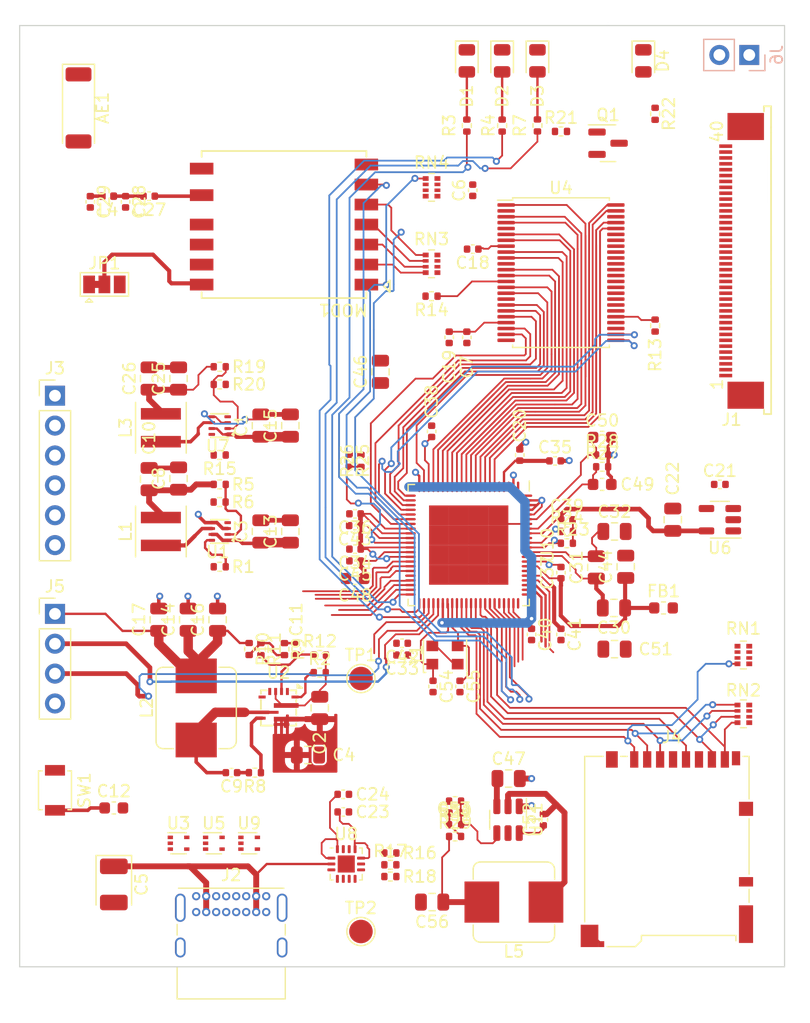
<source format=kicad_pcb>
(kicad_pcb (version 20210126) (generator pcbnew)
  (layers (0 "F.Cu" signal) (1 "In1.Cu" signal) (2 "In2.Cu" signal) (31 "B.Cu" signal) (34 "B.Paste" user) (35 "F.Paste" user) (36 "B.SilkS" user "B.Silkscreen") (37 "F.SilkS" user "F.Silkscreen") (38 "B.Mask" user) (39 "F.Mask" user) (44 "Edge.Cuts" user))
  (net 0 "")
  (net 1 "Net-(AE1-Pad2)")
  (net 2 "GND")
  (net 3 "+3V3")
  (net 4 "/VBUS")
  (net 5 "Net-(C9-Pad2)")
  (net 6 "Net-(C9-Pad1)")
  (net 7 "Net-(C11-Pad2)")
  (net 8 "Net-(C11-Pad1)")
  (net 9 "/RESET")
  (net 10 "Net-(C21-Pad1)")
  (net 11 "+2V8")
  (net 12 "/CC1")
  (net 13 "/CC2")
  (net 14 "+1V1")
  (net 15 "Net-(C27-Pad2)")
  (net 16 "Net-(C27-Pad1)")
  (net 17 "Net-(C30-Pad2)")
  (net 18 "Net-(C30-Pad1)")
  (net 19 "Net-(C31-Pad2)")
  (net 20 "+2V5")
  (net 21 "/Vra1")
  (net 22 "/Vra2")
  (net 23 "Net-(D1-Pad2)")
  (net 24 "Net-(D2-Pad2)")
  (net 25 "Net-(D3-Pad2)")
  (net 26 "Net-(D4-Pad1)")
  (net 31 "/LVDS_CLK+")
  (net 32 "/LVDS_CLK-")
  (net 37 "/LVDS_D0+")
  (net 38 "/LVDS_D0-")
  (net 39 "/LVDS_D1+")
  (net 40 "/LVDS_D1-")
  (net 41 "/LVDS_D2+")
  (net 42 "/LVDS_D2-")
  (net 43 "/FPGA_JTAG_TMS")
  (net 44 "/FPGA_JTAG_TCK")
  (net 45 "/FPGA_JTAG_TDI")
  (net 46 "/FPGA_JTAG_TDO")
  (net 47 "/FPGA_AUX0")
  (net 48 "/FPGA_AUX1")
  (net 49 "/FPGA_AUX2")
  (net 51 "/USB_D+")
  (net 52 "/SBU")
  (net 53 "/USB_D-")
  (net 54 "/SDCARD_D1")
  (net 55 "/SDCARD_D0")
  (net 56 "/SDCARD_CLK")
  (net 57 "/SDCARD_CMD")
  (net 58 "/SDCARD_D3")
  (net 59 "/SDCARD_D2")
  (net 60 "/DBG_TX")
  (net 61 "/DBG_RX")
  (net 62 "Net-(JP1-Pad2)")
  (net 63 "Net-(JP1-Pad3)")
  (net 64 "Net-(JP1-Pad1)")
  (net 65 "Net-(L1-Pad1)")
  (net 66 "Net-(L3-Pad1)")
  (net 67 "Net-(MOD1-Pad10)")
  (net 68 "/WIFI_CLK")
  (net 69 "/WIFI_D0")
  (net 70 "Net-(MOD1-Pad4)")
  (net 71 "Net-(MOD1-Pad3)")
  (net 72 "Net-(MOD1-Pad2)")
  (net 73 "/WIFI_CMD")
  (net 74 "Net-(Q1-Pad3)")
  (net 75 "/3V3_PG")
  (net 76 "Net-(R1-Pad2)")
  (net 77 "Net-(R2-Pad1)")
  (net 78 "/LED0")
  (net 79 "/LED1")
  (net 80 "Net-(R5-Pad2)")
  (net 81 "/LED2")
  (net 82 "Net-(R8-Pad1)")
  (net 83 "Net-(R10-Pad2)")
  (net 84 "Net-(R13-Pad1)")
  (net 85 "Net-(R14-Pad1)")
  (net 86 "Net-(R15-Pad2)")
  (net 87 "/I2C_SDA")
  (net 88 "/I2C_SCL")
  (net 89 "/USB_INT")
  (net 90 "Net-(R19-Pad2)")
  (net 91 "/TVIN1")
  (net 92 "/SVREF")
  (net 94 "Net-(TP1-Pad1)")
  (net 99 "/LCD_D5")
  (net 100 "/LCD_D4")
  (net 101 "/LCD_D3")
  (net 102 "/LCD_D2")
  (net 104 "/LCD_CLK")
  (net 105 "/LCD_DE")
  (net 106 "/LCD_VSYNC")
  (net 107 "/LCD_HSYNC")
  (net 108 "/LCD_D23")
  (net 109 "/LCD_D22")
  (net 110 "/LCD_D21")
  (net 111 "/LCD_D20")
  (net 112 "/LCD_D19")
  (net 113 "/LCD_D18")
  (net 114 "/LCD_D15")
  (net 115 "/LCD_D14")
  (net 116 "/LCD_D13")
  (net 117 "/LCD_D12")
  (net 118 "/LCD_D11")
  (net 119 "/LCD_D10")
  (net 120 "/LCD_D7")
  (net 121 "/LCD_D6")
  (net 130 "/OSCO")
  (net 131 "/OSCI")
  (net 132 "/USB_ID")
  (net 135 "Net-(C52-Pad2)")
  (net 136 "Net-(C52-Pad1)")
  (net 137 "Net-(C53-Pad1)")
  (net 138 "/VLED")
  (net 140 "Net-(U11-Pad4)")
  (footprint "Capacitor_SMD:C_0402_1005Metric" (layer "F.Cu") (at 123.5 102.98 -90)
    (fp_text reference "C11")
    (fp_text value "100p")
  )
  (footprint "Capacitor_SMD:C_0603_1608Metric" (layer "F.Cu") (at 128.5 97 180)
    (fp_text reference "C48")
    (fp_text value "1µ")
  )
  (footprint "Capacitor_SMD:C_0805_2012Metric" (layer "F.Cu") (at 150.55 103)
    (fp_text reference "C51")
    (fp_text value "10µ")
  )
  (footprint "Resistor_SMD:R_0402_1005Metric" (layer "F.Cu") (at 119.5 102.99 -90)
    (fp_text reference "R10")
    (fp_text value "0")
  )
  (footprint "Package_TO_SOT_SMD:SOT-553" (layer "F.Cu") (at 116.5 119.5)
    (fp_text reference "U5")
    (fp_text value "TPD2E2U06")
  )
  (footprint "Capacitor_SMD:C_0805_2012Metric" (layer "F.Cu") (at 150.55 93)
    (fp_text reference "C32")
    (fp_text value "10µ")
  )
  (footprint "TestPoint:TestPoint_Pad_D2.0mm" (layer "F.Cu") (at 129 127)
    (fp_text reference "TP2")
    (fp_text value "TestPoint")
  )
  (footprint "Capacitor_SMD:C_0805_2012Metric" (layer "F.Cu") (at 123 93 90)
    (fp_text reference "C13")
    (fp_text value "10µ")
  )
  (footprint "Capacitor_SMD:C_0402_1005Metric" (layer "F.Cu") (at 138 76.5 -90)
    (fp_text reference "C7")
    (fp_text value "470n")
  )
  (footprint "LED_SMD:LED_0805_2012Metric" (layer "F.Cu") (at 138 53 -90)
    (fp_text reference "D1")
    (fp_text value "LED_Small")
  )
  (footprint "Button_Switch_SMD:SW_SPST_B3U-1000P" (layer "F.Cu") (at 103 115 -90)
    (fp_text reference "SW1")
    (fp_text value "SW_Push")
  )
  (footprint "Package_TO_SOT_SMD:SOT-553" (layer "F.Cu") (at 113.5 119.5)
    (fp_text reference "U3")
    (fp_text value "TPD2E2U06")
  )
  (footprint "Capacitor_SMD:C_0402_1005Metric" (layer "F.Cu") (at 127.5 115.34)
    (fp_text reference "C24")
    (fp_text value "200p")
  )
  (footprint "Capacitor_SMD:C_0805_2012Metric" (layer "F.Cu") (at 135.05 124.5 180)
    (fp_text reference "C56")
    (fp_text value "10µ")
  )
  (footprint "Resistor_SMD:R_0402_1005Metric" (layer "F.Cu") (at 125.51 103.5)
    (fp_text reference "R12")
    (fp_text value "10k")
  )
  (footprint "Resistor_SMD:R_Array_Convex_4x0402" (layer "F.Cu") (at 135 63.75)
    (fp_text reference "RN4")
    (fp_text value "47k")
  )
  (footprint "LED_SMD:LED_0805_2012Metric" (layer "F.Cu") (at 141 53 -90)
    (fp_text reference "D2")
    (fp_text value "LED_Small")
  )
  (footprint "RF_Antenna:Johanson_2450AT43F0100" (layer "F.Cu") (at 105 57 -90)
    (fp_text reference "AE1")
    (fp_text value "Antenna_Chip")
  )
  (footprint "Resistor_SMD:R_0402_1005Metric" (layer "F.Cu") (at 117 96)
    (fp_text reference "R1")
    (fp_text value "10k")
  )
  (footprint "Capacitor_SMD:C_0805_2012Metric" (layer "F.Cu") (at 113.5 80 90)
    (fp_text reference "C25")
    (fp_text value "10µ")
  )
  (footprint "Resistor_SMD:R_0402_1005Metric" (layer "F.Cu") (at 135 73 180)
    (fp_text reference "R14")
    (fp_text value "10k")
  )
  (footprint "Resistor_SMD:R_0402_1005Metric" (layer "F.Cu") (at 116.99 90.5 180)
    (fp_text reference "R6")
    (fp_text value "10k")
  )
  (footprint "Resistor_SMD:R_0402_1005Metric" (layer "F.Cu") (at 149.5 87.5)
    (fp_text reference "R27")
    (fp_text value "200k")
  )
  (footprint "Capacitor_SMD:C_0402_1005Metric" (layer "F.Cu") (at 132.5 103.5 180)
    (fp_text reference "C33")
    (fp_text value "470n")
  )
  (footprint "Capacitor_SMD:C_0603_1608Metric" (layer "F.Cu") (at 149.5 85)
    (fp_text reference "C50")
    (fp_text value "1u")
  )
  (footprint "Capacitor_SMD:C_0603_1608Metric" (layer "F.Cu") (at 108 116.5)
    (fp_text reference "C12")
    (fp_text value "1µ")
  )
  (footprint "Resistor_SMD:R_Array_Convex_4x0402" (layer "F.Cu") (at 135 70.25)
    (fp_text reference "RN3")
    (fp_text value "47k")
  )
  (footprint "Capacitor_SMD:C_0402_1005Metric" (layer "F.Cu") (at 135.01 84.49 90)
    (fp_text reference "C38")
    (fp_text value "470n")
  )
  (footprint "Capacitor_SMD:C_0402_1005Metric" (layer "F.Cu") (at 136.5 76.5 -90)
    (fp_text reference "C19")
    (fp_text value "470n")
  )
  (footprint "Capacitor_SMD:C_0402_1005Metric" (layer "F.Cu") (at 135.128 106.172 -90)
    (fp_text reference "C54")
    (fp_text value "12p")
  )
  (footprint "meowality:TE_FPC_40pin_p0.5mm_4-1734839-0" (layer "F.Cu") (at 160 70 90)
    (fp_text reference "J1")
    (fp_text value "Conn_01x40_Shielded")
  )
  (footprint "Capacitor_SMD:C_0805_2012Metric" (layer "F.Cu") (at 149 96.05 90)
    (fp_text reference "C31")
    (fp_text value "10µ")
  )
  (footprint "Capacitor_SMD:C_0402_1005Metric" (layer "F.Cu") (at 132.5 102.5 180)
    (fp_text reference "C42")
    (fp_text value "470n")
  )
  (footprint "Capacitor_SMD:C_0805_2012Metric" (layer "F.Cu") (at 111 88.55 90)
    (fp_text reference "C10")
    (fp_text value "10µ")
  )
  (footprint "Capacitor_SMD:C_0402_1005Metric" (layer "F.Cu") (at 137.414 106.172 -90)
    (fp_text reference "C55")
    (fp_text value "12p")
  )
  (footprint "Capacitor_SMD:C_0402_1005Metric" (layer "F.Cu") (at 146 101.75 -90)
    (fp_text reference "C41")
    (fp_text value "470n")
  )
  (footprint "Capacitor_SMD:C_0402_1005Metric" (layer "F.Cu") (at 142.5 86.5 90)
    (fp_text reference "C20")
    (fp_text value "470n")
  )
  (footprint "meowality:VQFN10-HR" (layer "F.Cu") (at 122 108 -90)
    (fp_text reference "U2")
    (fp_text value "TPS56637")
  )
  (footprint "Capacitor_SMD:C_0805_2012Metric" (layer "F.Cu") (at 151.5 96 90)
    (fp_text reference "C44")
    (fp_text value "10µ")
  )
  (footprint "Resistor_SMD:R_0402_1005Metric" (layer "F.Cu") (at 146.5 94)
    (fp_text reference "R23")
    (fp_text value "75")
  )
  (footprint "Capacitor_SMD:C_0805_2012Metric" (layer "F.Cu") (at 111.82 100.5 90)
    (fp_text reference "C17")
    (fp_text value "10µ")
  )
  (footprint "Capacitor_SMD:C_0402_1005Metric" (layer "F.Cu") (at 128.5 91.5 180)
    (fp_text reference "C36")
    (fp_text value "470n")
  )
  (footprint "Capacitor_SMD:C_0805_2012Metric" (layer "F.Cu") (at 155.5 92 90)
    (fp_text reference "C22")
    (fp_text value "10µ")
  )
  (footprint "Resistor_SMD:R_0402_1005Metric" (layer "F.Cu") (at 131.5 122.33)
    (fp_text reference "R18")
    (fp_text value "2.2k")
  )
  (footprint "Capacitor_SMD:C_0805_2012Metric" (layer "F.Cu") (at 120.5 93 90)
    (fp_text reference "C3")
    (fp_text value "10µ")
  )
  (footprint "Capacitor_SMD:C_0805_2012Metric" (layer "F.Cu") (at 130.66 79.43 90)
    (fp_text reference "C46")
    (fp_text value "10µ")
  )
  (footprint "Resistor_SMD:R_0402_1005Metric" (layer "F.Cu") (at 154 57.5 -90)
    (fp_text reference "R22")
    (fp_text value "2.2k")
  )
  (footprint "Jumper:SolderJumper-3_P1.3mm_Bridged12_Pad1.0x1.5mm" (layer "F.Cu") (at 107.2 72)
    (fp_text reference "JP1")
    (fp_text value "CS")
  )
  (footprint "Capacitor_SMD:C_0402_1005Metric" (layer "F.Cu") (at 111 64.5 180)
    (fp_text reference "C27")
    (fp_text value "10p")
  )
  (footprint "Package_DFN_QFN:WQFN-14-1EP_2.5x2.5mm_P0.5mm_EP1.45x1.45mm" (layer "F.Cu") (at 127.75 121.2625)
    (fp_text reference "U8")
    (fp_text value "FUSB302BMPX")
  )
  (footprint "Package_TO_SOT_SMD:SOT-23" (layer "F.Cu") (at 150 60)
    (fp_text reference "Q1")
    (fp_text value "2N7002")
  )
  (footprint "Resistor_SMD:R_0402_1005Metric" (layer "F.Cu") (at 129 87 90)
    (fp_text reference "R26")
    (fp_text value "2.2k")
  )
  (footprint "Capacitor_SMD:C_0805_2012Metric" (layer "F.Cu") (at 150.5 99.5 180)
    (fp_text reference "C30")
    (fp_text value "10µ")
  )
  (footprint "Capacitor_SMD:C_0402_1005Metric" (layer "F.Cu") (at 128.48 92.5 180)
    (fp_text reference "C43")
    (fp_text value "470n")
  )
  (footprint "Connector_USB:USB_C_Receptacle_GCT_USB4085" (layer "F.Cu") (at 115 124)
    (fp_text reference "J2")
    (fp_text value "USB_C_Receptacle_USB2.0")
  )
  (footprint "Capacitor_SMD:C_0805_2012Metric" (layer "F.Cu") (at 114.32 100.5 90)
    (fp_text reference "C14")
    (fp_text value "10µ")
  )
  (footprint "Resistor_SMD:R_0402_1005Metric" (layer "F.Cu") (at 154 75.5 90)
    (fp_text reference "R13")
    (fp_text value "10k")
  )
  (footprint "meowality:TI_VSON-HR_1.5x2mm_p0.5mm" (layer "F.Cu") (at 117 84 180)
    (fp_text reference "U7")
    (fp_text value "TPS62822")
  )
  (footprint "Inductor_SMD:L_Bourns_SRP7028A_7.3x6.6mm" (layer "F.Cu") (at 142 124.5 180)
    (fp_text reference "L5")
    (fp_text value "15u")
  )
  (footprint "Capacitor_SMD:C_0805_2012Metric" (layer "F.Cu") (at 125.5 108 90)
    (fp_text reference "C2")
    (fp_text value "10µ/25V")
  )
  (footprint "Capacitor_SMD:C_0402_1005Metric" (layer "F.Cu") (at 137 116.92)
    (fp_text reference "C53")
    (fp_text value "100p")
  )
  (footprint "Inductor_SMD:L_0402_1005Metric" (layer "F.Cu") (at 107.5 64.5 180)
    (fp_text reference "L4")
    (fp_text value "2.7n")
  )
  (footprint "Resistor_SMD:R_Array_Convex_4x0402" (layer "F.Cu") (at 161.5 108.5)
    (fp_text reference "RN2")
    (fp_text value "47k")
  )
  (footprint "Capacitor_SMD:C_0402_1005Metric" (layer "F.Cu") (at 145.5 87)
    (fp_text reference "C35")
    (fp_text value "470n")
  )
  (footprint "Capacitor_SMD:C_0402_1005Metric" (layer "F.Cu") (at 128.5 94.5 180)
    (fp_text reference "C34")
    (fp_text value "470n")
  )
  (footprint "Capacitor_Tantalum_SMD:CP_EIA-3528-12_Kemet-T" (layer "F.Cu") (at 108 123 -90)
    (fp_text reference "C5")
    (fp_text value "22µ")
  )
  (footprint "Resistor_SMD:R_0402_1005Metric" (layer "F.Cu") (at 128 86.99 -90)
    (fp_text reference "R25")
    (fp_text value "2.2k")
  )
  (footprint "Resistor_SMD:R_0402_1005Metric" (layer "F.Cu") (at 125.5 105)
    (fp_text reference "R2")
    (fp_text value "NC")
  )
  (footprint "Capacitor_SMD:C_0402_1005Metric" (layer "F.Cu") (at 143.5 101.75 -90)
    (fp_text reference "C40")
    (fp_text value "470n")
  )
  (footprint "Capacitor_SMD:C_0402_1005Metric" (layer "F.Cu") (at 127.5 116.84)
    (fp_text reference "C23")
    (fp_text value "200p")
  )
  (footprint "Capacitor_SMD:C_0805_2012Metric" (layer "F.Cu") (at 113.5 88.5 90)
    (fp_text reference "C8")
    (fp_text value "10µ")
  )
  (footprint "Resistor_SMD:R_0402_1005Metric" (layer "F.Cu") (at 131.5 120.33)
    (fp_text reference "R16")
    (fp_text value "2.2k")
  )
  (footprint "Capacitor_SMD:C_0603_1608Metric" (layer "F.Cu") (at 149.5 89)
    (fp_text reference "C49")
    (fp_text value "1u")
  )
  (footprint "Resistor_SMD:R_0402_1005Metric" (layer "F.Cu") (at 117 80.5)
    (fp_text reference "R20")
    (fp_text value "10k")
  )
  (footprint "Capacitor_SMD:C_0402_1005Metric" (layer "F.Cu") (at 144.5 117.5 90)
    (fp_text reference "C52")
    (fp_text value "100n")
  )
  (footprint "Connector_Card:microSD_HC_Hirose_DM3BT-DSF-PEJS" (layer "F.Cu") (at 155 120)
    (fp_text reference "J4")
    (fp_text value "Micro_SD_Card_Det")
  )
  (footprint "Resistor_SMD:R_0402_1005Metric" (layer "F.Cu") (at 137 117.92)
    (fp_text reference "R30")
    (fp_text value "100k")
  )
  (footprint "Resistor_SMD:R_0402_1005Metric" (layer "F.Cu") (at 138 58.5 90)
    (fp_text reference "R3")
    (fp_text value "2.2k")
  )
  (footprint "meowality:TI_VSON-HR_1.5x2mm_p0.5mm" (layer "F.Cu") (at 117 93 180)
    (fp_text reference "U1")
    (fp_text value "TPS62822")
  )
  (footprint "Resistor_SMD:R_0402_1005Metric" (layer "F.Cu") (at 146 59)
    (fp_text reference "R21")
    (fp_text value "10k")
  )
  (footprint "Resistor_SMD:R_0402_1005Metric" (layer "F.Cu") (at 137 115.92 180)
    (fp_text reference "R31")
    (fp_text value "13.3k")
  )
  (footprint "TestPoint:TestPoint_Pad_D2.0mm" (layer "F.Cu") (at 129 105.5)
    (fp_text reference "TP1")
    (fp_text value "EN")
  )
  (footprint "Resistor_SMD:R_Array_Convex_4x0402" (layer "F.Cu") (at 161.5 103.5)
    (fp_text reference "RN1")
    (fp_text value "47k")
  )
  (footprint "Resistor_SMD:R_0402_1005Metric" (layer "F.Cu") (at 122.5 103 -90)
    (fp_text reference "R9")
    (fp_text value "20k")
  )
  (footprint "Inductor_SMD:L_Coilcraft_XxL4020" (layer "F.Cu") (at 112 84.185 90)
    (fp_text reference "L3")
    (fp_text value "XFL4015-471MEB")
  )
  (footprint "Capacitor_SMD:C_0402_1005Metric" (layer "F.Cu") (at 159.5 89)
    (fp_text reference "C21")
    (fp_text value "10n")
  )
  (footprint "Capacitor_SMD:C_0805_2012Metric" (layer "F.Cu") (at 141.55 114)
    (fp_text reference "C47")
    (fp_text value "10µ/25V")
  )
  (footprint "Resistor_SMD:R_0402_1005Metric" (layer "F.Cu") (at 137 118.92)
    (fp_text reference "R29")
    (fp_text value "49.9")
  )
  (footprint "Resistor_SMD:R_0402_1005Metric" (layer "F.Cu") (at 144 58.49 90)
    (fp_text reference "R7")
    (fp_text value "2.2k")
  )
  (footprint "Package_TO_SOT_SMD:SOT-23-6" (layer "F.Cu") (at 141.5 117.5 -90)
    (fp_text reference "U11")
    (fp_text value "TPS54202DDC")
  )
  (footprint "Resistor_SMD:R_0402_1005Metric" (layer "F.Cu") (at 131.5 121.33)
    (fp_text reference "R17")
    (fp_text value "2.2k")
  )
  (footprint "Resistor_SMD:R_0402_1005Metric" (layer "F.Cu") (at 117 79)
    (fp_text reference "R19")
    (fp_text value "8.45k")
  )
  (footprint "meowality:QFN-88_EP_10x10_Pitch0.4mm" (layer "F.Cu") (at 138.1575 94.1575 -90)
    (fp_text reference "U10")
    (fp_text value "F1C200S")
  )
  (footprint "Package_TO_SOT_SMD:SOT-553" (layer "F.Cu") (at 119.5 119.5)
    (fp_text reference "U9")
    (fp_text value "TPD2E2U06")
  )
  (footprint "Capacitor_SMD:C_0402_1005Metric" (layer "F.Cu") (at 109 64.98 -90)
    (fp_text reference "C28")
    (fp_text value "1p")
  )
  (footprint "Inductor_SMD:L_0603_1608Metric" (layer "F.Cu") (at 154.7125 99.5)
    (fp_text reference "FB1")
    (fp_text value "FerriteBead_Small")
  )
  (footprint "Resistor_SMD:R_0402_1005Metric" (layer "F.Cu") (at 146.5 93)
    (fp_text reference "R24")
    (fp_text value "75")
  )
  (footprint "Resistor_SMD:R_0402_1005Metric" (layer "F.Cu") (at 119.99 113.5 180)
    (fp_text reference "R8")
    (fp_text value "0")
  )
  (footprint "Capacitor_SMD:C_0402_1005Metric" (layer "F.Cu") (at 128.5 95.5 180)
    (fp_text reference "C45")
    (fp_text value "470n")
  )
  (footprint "Connector_PinHeader_2.54mm:PinHeader_1x04_P2.54mm_Vertical" (layer "F.Cu") (at 103 100)
    (fp_text reference "J5")
    (fp_text value "Conn_01x04")
  )
  (footprint "Inductor_SMD:L_Coilcraft_XxL4020" (layer "F.Cu") (at 112 93 90)
    (fp_text reference "L1")
    (fp_text value "XFL4015-471MEB")
  )
  (footprint "Resistor_SMD:R_0402_1005Metric" (layer "F.Cu") (at 117 89)
    (fp_text reference "R5")
    (fp_text value "31.6k")
  )
  (footprint "Connector_PinHeader_2.54mm:PinHeader_1x06_P2.54mm_Vertical" (layer "F.Cu") (at 103 81.46)
    (fp_text reference "J3")
    (fp_text value "Conn_01x06")
  )
  (footprint "Inductor_SMD:L_Bourns_SRP7028A_7.3x6.6mm" (layer "F.Cu") (at 115 108 90)
    (fp_text reference "L2")
    (fp_text value "2.2u")
  )
  (footprint "Capacitor_SMD:C_0805_2012Metric" (layer "F.Cu") (at 120.5 84 90)
    (fp_text reference "C1")
    (fp_text value "10µ")
  )
  (footprint "Capacitor_SMD:C_0402_1005Metric" (layer "F.Cu") (at 146 96.5 90)
    (fp_text reference "C37")
    (fp_text value "470n")
  )
  (footprint "Capacitor_SMD:C_0402_1005Metric" (layer "F.Cu") (at 118 113.5 180)
    (fp_text reference "C9")
    (fp_text value "100n/25V")
  )
  (footprint "Capacitor_SMD:C_0402_1005Metric" (layer "F.Cu") (at 138.5 69 180)
    (fp_text reference "C18")
    (fp_text value "470n")
  )
  (footprint "Capacitor_SMD:C_0805_2012Metric" (layer "F.Cu") (at 111 80 90)
    (fp_text reference "C26")
    (fp_text value "10µ")
  )
  (footprint "Capacitor_SMD:C_0805_2012Metric" (layer "F.Cu") (at 124.5 112)
    (fp_text reference "C4")
    (fp_text value "10µ/25V")
  )
  (footprint "Capacitor_SMD:C_0402_1005Metric" (layer "F.Cu") (at 138.5 64 90)
    (fp_text reference "C6")
    (fp_text value "470n")
  )
  (footprint "Capacitor_SMD:C_0805_2012Metric" (layer "F.Cu") (at 123 84 90)
    (fp_text reference "C15")
    (fp_text value "10µ")
  )
  (footprint "Capacitor_SMD:C_0402_1005Metric" (layer "F.Cu") (at 146.5 92)
    (fp_text reference "C39")
    (fp_text value "470n")
  )
  (footprint "Capacitor_SMD:C_0402_1005Metric" (layer "F.Cu") (at 106 64.98 -90)
    (fp_text reference "C29")
    (fp_text value "1.2p")
  )
  (footprint "LED_SMD:LED_0805_2012Metric" (layer "F.Cu") (at 144 53 -90)
    (fp_text reference "D3")
    (fp_text value "LED_Small")
  )
  (footprint "Capacitor_SMD:C_0805_2012Metric" (layer "F.Cu") (at 116.82 100.5 90)
    (fp_text reference "C16")
    (fp_text value "10µ")
  )
  (footprint "Resistor_SMD:R_0402_1005Metric" (layer "F.Cu") (at 141 58.5 90)
    (fp_text reference "R4")
    (fp_text value "2.2k")
  )
  (footprint "Package_SO:TSSOP-48_8x12.5mm_P0.5mm" (layer "F.Cu") (at 146 71)
    (fp_text reference "U4")
    (fp_text value "DS90C363")
  )
  (footprint "LED_SMD:LED_0805_2012Metric" (layer "F.Cu") (at 153 53 -90)
    (fp_text reference "D4")
    (fp_text value "LED_Small")
  )
  (footprint "Resistor_SMD:R_0402_1005Metric" (layer "F.Cu") (at 120.5 103 -90)
    (fp_text reference "R11")
    (fp_text value "45.3k")
  )
  (footprint "Package_TO_SOT_SMD:SOT-23-5" (layer "F.Cu") (at 159.5 92 180)
    (fp_text reference "U6")
    (fp_text value "LD3985M28R_SOT23")
  )
  (footprint "meowality:RTL8189ES_MOD" (layer "F.Cu") (at 129.4625 73.1625 180)
    (fp_text reference "MOD1")
    (fp_text value "RTL8189ES_MOD")
  )
  (footprint "Resistor_SMD:R_0402_1005Metric" (layer "F.Cu") (at 149.5 86.5)
    (fp_text reference "R28")
    (fp_text value "200k")
  )
  (footprint "Oscillator:Oscillator_SMD_EuroQuartz_XO32-4Pin_3.2x2.5mm" (layer "F.Cu") (at 136.144 103.5 90)
    (fp_text reference "Y1")
    (fp_text value "24MHz")
  )
  (footprint "Resistor_SMD:R_0402_1005Metric" (layer "F.Cu") (at 117 86.5 180)
    (fp_text reference "R15")
    (fp_text value "10k")
  )
  (footprint "Connector_PinHeader_2.54mm:PinHeader_1x02_P2.54mm_Vertical" (layer "B.Cu") (at 162 52.5 90)
    (fp_text reference "J6")
    (fp_text value "Conn_01x02")
  )
  (gr_line (start 165 50) (end 165 130) (layer "Edge.Cuts") (width 0.1))
  (gr_line (start 100 50) (end 150 50) (layer "Edge.Cuts") (width 0.1))
  (gr_line (start 165 130) (end 100 130) (layer "Edge.Cuts") (width 0.1))
  (gr_line (start 150 50) (end 165 50) (layer "Edge.Cuts") (width 0.1))
  (gr_line (start 100 130) (end 100 50) (layer "Edge.Cuts") (width 0.1))
  (segment (start 106 64.5) (end 107.015 64.5) (width 0.3) (layer "F.Cu") (net 1))
  (segment (start 111.82 98.58) (end 111.9 98.5) (width 0.3) (layer "F.Cu") (net 2))
  (segment (start 144.99 95.83) (end 145.81 95.83) (width 0.15) (layer "F.Cu") (net 2))
  (segment (start 146.67 87) (end 146.7 86.97) (width 0.35) (layer "F.Cu") (net 2))
  (segment (start 143.1075 95.5575) (end 144.7175 95.5575) (width 0.15) (layer "F.Cu") (net 2))
  (segment (start 126.01 103.51) (end 126.02 103.5) (width 0.15) (layer "F.Cu") (net 2))
  (segment (start 116.325 83.25) (end 116.64 83.25) (width 0.15) (layer "F.Cu") (net 2))
  (segment (start 135.63 91.63) (end 135.63 91.62) (width 0.35) (layer "F.Cu") (net 2))
  (segment (start 150 88.1) (end 150 87.51) (width 0.3) (layer "F.Cu") (net 2))
  (segment (start 126.01 105) (end 126.01 103.51) (width 0.15) (layer "F.Cu") (net 2))
  (segment (start 150.01 86.5) (end 150.01 85.78) (width 0.3) (layer "F.Cu") (net 2))
  (segment (start 135.369 102.725) (end 136.919 104.275) (width 0.15) (layer "F.Cu") (net 2))
  (segment (start 126.01 105.99) (end 125.5 106.5) (width 0.15) (layer "F.Cu") (net 2))
  (segment (start 143.1075 90.3575) (end 144.3625 90.3575) (width 0.2) (layer "F.Cu") (net 2))
  (segment (start 116.325 92.25) (end 116.76 92.25) (width 0.3) (layer "F.Cu") (net 2))
  (segment (start 142.5 86.02) (end 142.5 85.79) (width 0.35) (layer "F.Cu") (net 2))
  (segment (start 116.325 92.25) (end 115.76 92.25) (width 0.3) (layer "F.Cu") (net 2))
  (segment (start 122.65 107.79) (end 124.22 107.79) (width 0.15) (layer "F.Cu") (net 2))
  (segment (start 141.9575 88.2125) (end 141.96 88.21) (width 0.2) (layer "F.Cu") (net 2))
  (segment (start 124.22 107.79) (end 124.96 107.05) (width 0.15) (layer "F.Cu") (net 2))
  (segment (start 119.14 83.48) (end 120.07 83.48) (width 0.15) (layer "F.Cu") (net 2))
  (segment (start 150.275 85.515) (end 150.275 85) (width 0.3) (layer "F.Cu") (net 2))
  (segment (start 121.75 106.6) (end 121.75 107.22) (width 0.15) (layer "F.Cu") (net 2))
  (segment (start 116.82 98.52) (end 116.8 98.5) (width 0.3) (layer "F.Cu") (net 2))
  (segment (start 115.95 83.25) (end 115.7 83) (width 0.15) (layer "F.Cu") (net 2))
  (segment (start 135.069 102.725) (end 135.369 102.725) (width 0.15) (layer "F.Cu") (net 2))
  (segment (start 144.7175 95.5575) (end 144.99 95.83) (width 0.15) (layer "F.Cu") (net 2))
  (segment (start 143.4375 116.3625) (end 143.5 116.3) (width 0.5) (layer "F.Cu") (net 2))
  (segment (start 150.01 86.5) (end 150.01 87.5) (width 0.3) (layer "F.Cu") (net 2))
  (segment (start 147.01 92.03) (end 146.98 92) (width 0.15) (layer "F.Cu") (net 2))
  (segment (start 111.82 99.55) (end 111.82 98.58) (width 0.3) (layer "F.Cu") (net 2))
  (segment (start 124.96 107.05) (end 125.5 107.05) (width 0.15) (layer "F.Cu") (net 2))
  (segment (start 142.45 116.3625) (end 143.4375 116.3625) (width 0.5) (layer "F.Cu") (net 2))
  (segment (start 114.32 98.52) (end 114.3 98.5) (width 0.3) (layer "F.Cu") (net 2))
  (segment (start 150.01 85.78) (end 150.275 85.515) (width 0.3) (layer "F.Cu") (net 2))
  (segment (start 117.14 83.75) (end 117.675 83.75) (width 0.15) (layer "F.Cu") (net 2))
  (segment (start 117.26 92.75) (end 117.675 92.75) (width 0.3) (layer "F.Cu") (net 2))
  (segment (start 143.1075 90.7575) (end 143.9625 90.7575) (width 0.2) (layer "F.Cu") (net 2))
  (segment (start 144.37 90.89) (end 144.37 90.35) (width 0.15) (layer "F.Cu") (net 2))
  (segment (start 150.01 86.5) (end 150.51 86.5) (width 0.3) (layer "F.Cu") (net 2))
  (segment (start 115.76 92.25) (end 115.18 91.67) (width 0.3) (layer "F.Cu") (net 2))
  (segment (start 143.7025 91.5575) (end 144.37 90.89) (width 0.15) (layer "F.Cu") (net 2))
  (segment (start 150 87.51) (end 150.01 87.5) (width 0.3) (layer "F.Cu") (net 2))
  (segment (start 116.82 99.55) (end 116.82 98.52) (width 0.3) (layer "F.Cu") (net 2))
  (segment (start 145.81 95.83) (end 146 96.02) (width 0.15) (layer "F.Cu") (net 2))
  (segment (start 120.5 92.05) (end 123 92.05) (width 0.4) (layer "F.Cu") (net 2))
  (segment (start 111 87.6) (end 113.45 87.6) (width 0.4) (layer "F.Cu") (net 2))
  (segment (start 142.88 85.41) (end 143.01 85.41) (width 0.35) (layer "F.Cu") (net 2))
  (segment (start 116.76 92.25) (end 117.26 92.75) (width 0.3) (layer "F.Cu") (net 2))
  (segment (start 142.5 85.79) (end 142.81 85.48) (width 0.35) (layer "F.Cu") (net 2))
  (segment (start 143.1075 91.1575) (end 143.5625 91.1575) (width 0.2) (layer "F.Cu") (net 2))
  (segment (start 150.51 86.5) (end 150.52 86.49) (width 0.3) (layer "F.Cu") (net 2))
  (segment (start 143.5625 91.1575) (end 144.37 90.35) (width 0.2) (layer "F.Cu") (net 2))
  (segment (start 115.18 91.67) (end 115.18 91.54) (width 0.3) (layer "F.Cu") (net 2))
  (segment (start 147.01 94) (end 147.01 93) (width 0.15) (layer "F.Cu") (net 2))
  (segment (start 116.64 83.25) (end 117.14 83.75) (width 0.15) (layer "F.Cu") (net 2))
  (segment (start 116.325 83.25) (end 115.95 83.25) (width 0.15) (layer "F.Cu") (net 2))
  (segment (start 150.275 88.375) (end 150 88.1) (width 0.3) (layer "F.Cu") (net 2))
  (segment (start 143.1075 92.3575) (end 141.4125 92.3575) (width 0.15) (layer "F.Cu") (net 2))
  (segment (start 143.1075 91.5575) (end 143.7025 91.5575) (width 0.15) (layer "F.Cu") (net 2))
  (segment (start 126.01 105) (end 126.01 105.99) (width 0.15) (layer "F.Cu") (net 2))
  (segment (start 150.275 89) (end 150.275 88.375) (width 0.3) (layer "F.Cu") (net 2))
  (segment (start 125.5 106.5) (end 125.5 107.05) (width 0.15) (layer "F.Cu") (net 2))
  (segment (start 122.32 107.79) (end 122.65 107.79) (width 0.15) (layer "F.Cu") (net 2))
  (segment (start 141.4125 92.3575) (end 140.685 91.63) (width 0.15) (layer "F.Cu") (net 2))
  (segment (start 147.01 93) (end 147.01 92.03) (width 0.15) (layer "F.Cu") (net 2))
  (segment (start 144.3625 90.3575) (end 144.37 90.35) (width 0.2) (layer "F.Cu") (net 2))
  (segment (start 136.919 104.275) (end 137.219 104.275) (width 0.15) (layer "F.Cu") (net 2))
  (segment (start 111 79.05) (end 113.5 79.05) (width 0.4) (layer "F.Cu") (net 2))
  (segment (start 142.5 114) (end 143.5 114) (width 0.5) (layer "F.Cu") (net 2))
  (segment (start 120.07 83.48) (end 120.5 83.05) (width 0.15) (layer "F.Cu") (net 2))
  (segment (start 114.32 99.55) (end 114.32 98.52) (width 0.3) (layer "F.Cu") (net 2))
  (segment (start 143.9625 90.7575) (end 144.37 90.35) (width 0.2) (layer "F.Cu") (net 2))
  (segment (start 120.5 83.05) (end 123 83.05) (width 0.4) (layer "F.Cu") (net 2))
  (segment (start 121.75 107.22) (end 122.32 107.79) (width 0.15) (layer "F.Cu") (net 2))
  (segment (start 145.98 87) (end 146.67 87) (width 0.35) (layer "F.Cu") (net 2))
  (segment (start 141.9575 89.2075) (end 141.9575 88.2125) (width 0.2) (layer "F.Cu") (net 2))
  (segment (start 113.45 87.6) (end 113.5 87.55) (width 0.4) (layer "F.Cu") (net 2))
  (segment (start 142.81 85.48) (end 142.88 85.41) (width 0.35) (layer "F.Cu") (net 2))
  (segment (start 135.63 91.62) (end 135.65 91.6) (width 0.35) (layer "F.Cu") (net 2))
  (via (at 143.01 85.41) (size 0.6) (drill 0.3) (layers "F.Cu" "B.Cu") (net 2))
  (via (at 150.52 86.49) (size 0.6) (drill 0.3) (layers "F.Cu" "B.Cu") (net 2))
  (via (at 115.18 91.54) (size 0.6) (drill 0.3) (layers "F.Cu" "B.Cu") (net 2))
  (via (at 114.3 98.5) (size 0.6) (drill 0.3) (layers "F.Cu" "B.Cu") (net 2))
  (via (at 141.96 88.21) (size 0.6) (drill 0.3) (layers "F.Cu" "B.Cu") (net 2))
  (via (at 143.5 116.3) (size 0.6) (drill 0.3) (layers "F.Cu" "B.Cu") (net 2))
  (via (at 144.37 90.35) (size 0.6) (drill 0.3) (layers "F.Cu" "B.Cu") (net 2))
  (via (at 115.7 83) (size 0.6) (drill 0.3) (layers "F.Cu" "B.Cu") (net 2))
  (via (at 146.7 86.97) (size 0.6) (drill 0.3) (layers "F.Cu" "B.Cu") (net 2))
  (via (at 116.8 98.5) (size 0.6) (drill 0.3) (layers "F.Cu" "B.Cu") (net 2))
  (via (at 119.14 83.48) (size 0.6) (drill 0.3) (layers "F.Cu" "B.Cu") (net 2))
  (via (at 143.5 114) (size 0.6) (drill 0.3) (layers "F.Cu" "B.Cu") (net 2))
  (via (at 144.99 95.83) (size 0.6) (drill 0.3) (layers "F.Cu" "B.Cu") (net 2))
  (via (at 111.9 98.5) (size 0.6) (drill 0.3) (layers "F.Cu" "B.Cu") (net 2))
  (segment (start 115.7 83) (end 116.54 83.84) (width 0.15) (layer "B.Cu") (net 2))
  (segment (start 116.54 83.84) (end 118.99 83.84) (width 0.15) (layer "B.Cu") (net 2))
  (segment (start 119.14 83.69) (end 119.14 83.48) (width 0.15) (layer "B.Cu") (net 2))
  (segment (start 118.99 83.84) (end 119.14 83.69) (width 0.15) (layer "B.Cu") (net 2))
  (segment (start 116.75 84.25) (end 117.25 84.75) (width 0.2) (layer "F.Cu") (net 3))
  (segment (start 120.44 94.01) (end 120.5 93.95) (width 0.3) (layer "F.Cu") (net 3))
  (segment (start 118.45 84.96) (end 120.49 84.96) (width 0.35) (layer "F.Cu") (net 3))
  (segment (start 116.325 93.25) (end 116.75 93.25) (width 0.3) (layer "F.Cu") (net 3))
  (segment (start 117.675 93.75) (end 118.67 93.75) (width 0.3) (layer "F.Cu") (net 3))
  (segment (start 118.93 94.01) (end 120.44 94.01) (width 0.3) (layer "F.Cu") (net 3))
  (segment (start 117.25 93.75) (end 117.675 93.75) (width 0.3) (layer "F.Cu") (net 3))
  (segment (start 138 76.02) (end 138.71 76.02) (width 0.15) (layer "F.Cu") (net 3))
  (segment (start 116.82 102.39) (end 116.82 101.45) (width 0.8) (layer "F.Cu") (net 3))
  (segment (start 107.29 100) (end 108.74 101.45) (width 0.2) (layer "F.Cu") (net 3))
  (segment (start 150.6625 74.75) (end 152.54 74.75) (width 0.15) (layer "F.Cu") (net 3))
  (segment (start 135.9575 99.1075) (end 135.9575 100.6875) (width 0.2) (layer "F.Cu") (net 3))
  (segment (start 143.5 100.41) (end 143.5 101.27) (width 0.15) (layer "F.Cu") (net 3))
  (segment (start 142.52 87) (end 142.5 86.98) (width 0.35) (layer "F.Cu") (net 3))
  (segment (start 134.44 85.54) (end 135.01 84.97) (width 0.15) (layer "F.Cu") (net 3))
  (segment (start 114.555 105.275) (end 111.82 102.54) (width 0.8) (layer "F.Cu") (net 3))
  (segment (start 108.74 101.45) (end 111.82 101.45) (width 0.2) (layer "F.Cu") (net 3))
  (segment (start 118.67 93.75) (end 118.93 94.01) (width 0.3) (layer "F.Cu") (net 3))
  (segment (start 103 100) (end 107.29 100) (width 0.2) (layer "F.Cu") (net 3))
  (segment (start 135.9575 100.6875) (end 135.885 100.76) (width 0.2) (layer "F.Cu") (net 3))
  (segment (start 134.44 85.65) (end 134.44 85.54) (width 0.15) (layer "F.Cu") (net 3))
  (segment (start 143.6075 98.3575) (end 143.83 98.58) (width 0.15) (layer "F.Cu") (net 3))
  (segment (start 141.1575 89.2075) (end 141.1575 87.9525) (width 0.2) (layer "F.Cu") (net 3))
  (segment (start 114.32 103.17) (end 115 103.85) (width 0.8) (layer "F.Cu") (net 3))
  (segment (start 139.37 68.92) (end 139.06 68.92) (width 0.15) (layer "F.Cu") (net 3))
  (segment (start 139.83 68.97) (end 139.42 68.97) (width 0.15) (layer "F.Cu") (net 3))
  (segment (start 120.5 93.95) (end 123 93.95) (width 0.8) (layer "F.Cu") (net 3))
  (segment (start 115 104.21) (end 116.82 102.39) (width 0.8) (layer "F.Cu") (net 3))
  (segment (start 136.5 76.02) (end 138 76.02) (width 0.15) (layer "F.Cu") (net 3))
  (segment (start 120.49 84.96) (end 120.5 84.95) (width 0.35) (layer "F.Cu") (net 3))
  (segment (start 117.25 84.75) (end 117.675 84.75) (width 0.2) (layer "F.Cu") (net 3))
  (segment (start 134.7575 89.2075) (end 134.7575 87.2675) (width 0.15) (layer "F.Cu") (net 3))
  (segment (start 143.83 98.58) (end 143.83 100.08) (width 0.15) (layer "F.Cu") (net 3))
  (segment (start 118.24 84.75) (end 118.45 84.96) (width 0.35) (layer "F.Cu") (net 3))
  (segment (start 143.1075 98.3575) (end 143.6075 98.3575) (width 0.15) (layer "F.Cu") (net 3))
  (segment (start 141.3375 68.75) (end 140.05 68.75) (width 0.15) (layer "F.Cu") (net 3))
  (segment (start 117.68 101.45) (end 118.71 102.48) (width 0.2) (layer "F.Cu") (net 3))
  (segment (start 152.54 74.75) (end 152.82 75.03) (width 0.15) (layer "F.Cu") (net 3))
  (segment (start 115 105.275) (end 114.555 105.275) (width 0.8) (layer "F.Cu") (net 3))
  (segment (start 116.325 84.25) (end 116.75 84.25) (width 0.2) (layer "F.Cu") (net 3))
  (segment (start 118.71 102.48) (end 119.5 102.48) (width 0.2) (layer "F.Cu") (net 3))
  (segment (start 134.44 86.95) (end 134.44 85.65) (width 0.15) (layer "F.Cu") (net 3))
  (segment (start 153.96 75.03) (end 154 74.99) (width 0.15) (layer "F.Cu") (net 3))
  (segment (start 138.71 76.02) (end 139.48 75.25) (width 0.15) (layer "F.Cu") (net 3))
  (segment (start 139.42 68.97) (end 139.37 68.92) (width 0.15) (layer "F.Cu") (net 3))
  (segment (start 134.7575 87.2675) (end 134.44 86.95) (width 0.15) (layer "F.Cu") (net 3))
  (segment (start 145.02 87) (end 142.52 87) (width 0.35) (layer "F.Cu") (net 3))
  (segment (start 142.13 86.98) (end 142.5 86.98) (width 0.2) (layer "F.Cu") (net 3))
  (segment (start 115 105.275) (end 115 104.21) (width 0.8) (layer "F.Cu") (net 3))
  (segment (start 117.675 84.75) (end 118.24 84.75) (width 0.35) (layer "F.Cu") (net 3))
  (segment (start 111.82 102.54) (end 111.82 101.45) (width 0.8) (layer "F.Cu") (net 3))
  (segment (start 139.48 75.25) (end 141.3375 75.25) (width 0.15) (layer "F.Cu") (net 3))
  (segment (start 141.1575 87.9525) (end 142.13 86.98) (width 0.2) (layer "F.Cu") (net 3))
  (segment (start 143.83 100.08) (end 143.5 100.41) (width 0.15) (layer "F.Cu") (net 3))
  (segment (start 114.32 101.45) (end 114.32 103.17) (width 0.8) (layer "F.Cu") (net 3))
  (segment (start 140.05 68.75) (end 139.83 68.97) (width 0.15) (layer "F.Cu") (net 3))
  (segment (start 116.75 93.25) (end 117.25 93.75) (width 0.3) (layer "F.Cu") (net 3))
  (segment (start 139.06 68.92) (end 138.98 69) (width 0.15) (layer "F.Cu") (net 3))
  (segment (start 120.5 84.95) (end 123 84.95) (width 0.8) (layer "F.Cu") (net 3))
  (segment (start 115 103.85) (end 115 105.275) (width 0.8) (layer "F.Cu") (net 3))
  (segment (start 116.82 101.45) (end 117.68 101.45) (width 0.2) (layer "F.Cu") (net 3))
  (segment (start 152.82 75.03) (end 153.96 75.03) (width 0.15) (layer "F.Cu") (net 3))
  (via (at 134.44 85.54) (size 0.6) (drill 0.3) (layers "F.Cu" "B.Cu") (net 3))
  (via (at 143.5 100.41) (size 0.6) (drill 0.3) (layers "F.Cu" "B.Cu") (net 3))
  (via (at 135.885 100.76) (size 0.6) (drill 0.3) (layers "F.Cu" "B.Cu") (net 3))
  (segment (start 142.94 94.63) (end 142.94 90.49) (width 0.8) (layer "B.Cu") (net 3))
  (segment (start 139.14 100.78) (end 143.13 100.78) (width 0.8) (layer "B.Cu") (net 3))
  (segment (start 142.94 90.49) (end 141.66 89.21) (width 0.8) (layer "B.Cu") (net 3))
  (segment (start 143.5 100.41) (end 143.5 95.19) (width 0.8) (layer "B.Cu") (net 3))
  (segment (start 139.12 100.76) (end 139.14 100.78) (width 0.8) (layer "B.Cu") (net 3))
  (segment (start 141.66 89.21) (end 133.08 89.21) (width 0.8) (layer "B.Cu") (net 3))
  (segment (start 143.5 95.19) (end 142.94 94.63) (width 0.8) (layer "B.Cu") (net 3))
  (segment (start 135.885 100.76) (end 139.12 100.76) (width 0.8) (layer "B.Cu") (net 3))
  (segment (start 143.13 100.78) (end 143.5 100.41) (width 0.8) (layer "B.Cu") (net 3))
  (segment (start 120.1 122.16) (end 119.4025 121.4625) (width 0.5) (layer "F.Cu") (net 4))
  (segment (start 114.2825 121.4625) (end 114.4625 121.4625) (width 0.5) (layer "F.Cu") (net 4))
  (segment (start 115.85 124) (end 115.85 125.35) (width 0.5) (layer "F.Cu") (net 4))
  (segment (start 126.4875 121.2625) (end 120.9975 121.2625) (width 0.2) (layer "F.Cu") (net 4))
  (segment (start 119.4025 121.4625) (end 114.2825 121.4625) (width 0.5) (layer "F.Cu") (net 4))
  (segment (start 114.4625 121.4625) (end 115.85 122.85) (width 0.5) (layer "F.Cu") (net 4))
  (segment (start 120.1 124) (end 120.1 125.35) (width 0.5) (layer "F.Cu") (net 4))
  (segment (start 108 121.4625) (end 114.2825 121.4625) (width 0.5) (layer "F.Cu") (net 4))
  (segment (start 120.1 124) (end 120.1 122.16) (width 0.5) (layer "F.Cu") (net 4))
  (segment (start 140.55 116.3625) (end 140.55 114.05) (width 0.5) (layer "F.Cu") (net 4))
  (segment (start 120.9975 121.2625) (end 120.1 122.16) (width 0.2) (layer "F.Cu") (net 4))
  (segment (start 115.85 122.85) (end 115.85 124) (width 0.5) (layer "F.Cu") (net 4))
  (segment (start 140.55 114.05) (end 140.6 114) (width 0.5) (layer "F.Cu") (net 4))
  (segment (start 115.9 113.5) (end 115 112.6) (width 0.3) (layer "F.Cu") (net 5))
  (segment (start 121.15 108.37) (end 119.13 108.37) (width 0.3) (layer "F.Cu") (net 5))
  (segment (start 115 110) (end 115 110.725) (width 0.8) (layer "F.Cu") (net 5))
  (segment (start 119.13 108.37) (end 116.63 108.37) (width 0.8) (layer "F.Cu") (net 5))
  (segment (start 117.52 113.5) (end 115.9 113.5) (width 0.3) (layer "F.Cu") (net 5))
  (segment (start 115 112.6) (end 115 110.725) (width 0.3) (layer "F.Cu") (net 5))
  (segment (start 116.63 108.37) (end 115 110) (width 0.8) (layer "F.Cu") (net 5))
  (segment (start 118.48 113.5) (end 119.48 113.5) (width 0.3) (layer "F.Cu") (net 6))
  (segment (start 123.5 103.75) (end 123.5 103.46) (width 0.2) (layer "F.Cu") (net 7))
  (segment (start 120.5 103.58) (end 121.24 104.32) (width 0.2) (layer "F.Cu") (net 7))
  (segment (start 123.5 103.46) (end 124.96 103.46) (width 0.2) (layer "F.Cu") (net 7))
  (segment (start 120.5 103.51) (end 120.5 103.58) (width 0.2) (layer "F.Cu") (net 7))
  (segment (start 122.25 106.6) (end 122.25 104.92) (width 0.2) (layer "F.Cu") (net 7))
  (segment (start 124.96 103.46) (end 125 103.5) (width 0.2) (layer "F.Cu") (net 7))
  (segment (start 122.25 104.92) (end 122.85 104.32) (width 0.2) (layer "F.Cu") (net 7))
  (segment (start 122.93 104.32) (end 123.5 103.75) (width 0.2) (layer "F.Cu") (net 7))
  (segment (start 121.24 104.32) (end 122.93 104.32) (width 0.2) (layer "F.Cu") (net 7))
  (segment (start 122.85 104.32) (end 122.93 104.32) (width 0.2) (layer "F.Cu") (net 7))
  (segment (start 122.5 102.49) (end 123.49 102.49) (width 0.2) (layer "F.Cu") (net 8))
  (segment (start 123.49 102.49) (end 123.5 102.5) (width 0.2) (layer "F.Cu") (net 8))
  (segment (start 145.01998 98.12998) (end 145.01998 102.93998) (width 0.15) (layer "F.Cu") (net 9))
  (segment (start 144.0475 97.1575) (end 145.01998 98.12998) (width 0.15) (layer "F.Cu") (net 9))
  (segment (start 143.1075 97.1575) (end 144.0475 97.1575) (width 0.15) (layer "F.Cu") (net 9))
  (segment (start 105.8 116.7) (end 106 116.5) (width 0.3) (layer "F.Cu") (net 9))
  (segment (start 103 116.7) (end 105.8 116.7) (width 0.3) (layer "F.Cu") (net 9))
  (segment (start 145.01998 102.93998) (end 145.35 103.27) (width 0.15) (layer "F.Cu") (net 9))
  (segment (start 106 116.5) (end 107.225 116.5) (width 0.3) (layer "F.Cu") (net 9))
  (segment (start 158.3625 92.95) (end 155.5 92.95) (width 0.4) (layer "F.Cu") (net 11))
  (segment (start 144.4425 93.1575) (end 145.6 92) (width 0.15) (layer "F.Cu") (net 11))
  (segment (start 143.1075 93.1575) (end 144.4425 93.1575) (width 0.15) (layer "F.Cu") (net 11))
  (segment (start 146.49 91.1) (end 152.67 91.1) (width 0.4) (layer "F.Cu") (net 11))
  (segment (start 153.44 92.56) (end 153.83 92.95) (width 0.4) (layer "F.Cu") (net 11))
  (segment (start 146.02 92) (end 146.02 91.57) (width 0.4) (layer "F.Cu") (net 11))
  (segment (start 153.44 91.87) (end 153.44 92.56) (width 0.4) (layer "F.Cu") (net 11))
  (segment (start 146.02 91.57) (end 146.49 91.1) (width 0.4) (layer "F.Cu") (net 11))
  (segment (start 145.6 92) (end 146.02 92) (width 0.15) (layer "F.Cu") (net 11))
  (segment (start 153.83 92.95) (end 155.5 92.95) (width 0.4) (layer "F.Cu") (net 11))
  (segment (start 152.67 91.1) (end 153.44 91.87) (width 0.4) (layer "F.Cu") (net 11))
  (segment (start 128.47 119.97) (end 128.5 120) (width 0.15) (layer "F.Cu") (net 12))
  (segment (start 127.2 117.02) (end 127.02 116.84) (width 0.15) (layer "F.Cu") (net 12))
  (segment (start 129.0125 120.7625) (end 129.6175 120.7625) (width 0.15) (layer "F.Cu") (net 12))
  (segment (start 127.97 117.85) (end 127.46 117.85) (width 0.15) (layer "F.Cu") (net 12))
  (segment (start 129.71 120.67) (end 129.71 120.02) (width 0.15) (layer "F.Cu") (net 12))
  (segment (start 129.6175 120.7625) (end 129.71 120.67) (width 0.15) (layer "F.Cu") (net 12))
  (segment (start 129.55 119.86) (end 129.55 119.71) (width 0.15) (layer "F.Cu") (net 12))
  (segment (start 127.2 117.59) (end 127.2 117.02) (width 0.15) (layer "F.Cu") (net 12))
  (segment (start 128.47 118.35) (end 127.97 117.85) (width 0.15) (layer "F.Cu") (net 12))
  (segment (start 129.71 120.02) (end 129.55 119.86) (width 0.15) (layer "F.Cu") (net 12))
  (segment (start 128.57 119.49) (end 128.47 119.59) (width 0.15) (layer "F.Cu") (net 12))
  (segment (start 128.47 119.59) (end 128.47 119.97) (width 0.15) (layer "F.Cu") (net 12))
  (segment (start 128.47 119.59) (end 128.47 118.35) (width 0.15) (layer "F.Cu") (net 12))
  (segment (start 127.46 117.85) (end 127.2 117.59) (width 0.15) (layer "F.Cu") (net 12))
  (segment (start 129.55 119.71) (end 129.33 119.49) (width 0.15) (layer "F.Cu") (net 12))
  (segment (start 129.33 119.49) (end 128.57 119.49) (width 0.15) (layer "F.Cu") (net 12))
  (segment (start 126.945 119.225) (end 126.945 118.775) (width 0.15) (layer "F.Cu") (net 13))
  (segment (start 126.87 119.15) (end 125.99 119.15) (width 0.15) (layer "F.Cu") (net 13))
  (segment (start 125.99 119.15) (end 125.66 119.48) (width 0.15) (layer "F.Cu") (net 13))
  (segment (start 127 120) (end 127 119.28) (width 0.15) (layer "F.Cu") (net 13))
  (segment (start 126.945 118.775) (end 126.37 118.2) (width 0.15) (layer "F.Cu") (net 13))
  (segment (start 125.66 119.48) (end 125.66 120.38) (width 0.15) (layer "F.Cu") (net 13))
  (segment (start 126.37 115.99) (end 127.02 115.34) (width 0.15) (layer "F.Cu") (net 13))
  (segment (start 126.945 119.225) (end 126.87 119.15) (width 0.15) (layer "F.Cu") (net 13))
  (segment (start 125.66 120.38) (end 126.0425 120.7625) (width 0.15) (layer "F.Cu") (net 13))
  (segment (start 126.0425 120.7625) (end 126.4875 120.7625) (width 0.15) (layer "F.Cu") (net 13))
  (segment (start 126.37 118.2) (end 126.37 115.99) (width 0.15) (layer "F.Cu") (net 13))
  (segment (start 127 119.28) (end 126.945 119.225) (width 0.15) (layer "F.Cu") (net 13))
  (segment (start 112 83) (end 112 82.78) (width 0.5) (layer "F.Cu") (net 14))
  (segment (start 129.275 96.275) (end 128.98 95.98) (width 0.4) (layer "F.Cu") (net 14))
  (segment (start 143.1075 96.7575) (end 144.2675 96.7575) (width 0.15) (layer "F.Cu") (net 14))
  (segment (start 145.42 97.78) (end 145.23 97.59) (width 0.35) (layer "F.Cu") (net 14))
  (segment (start 144.2675 96.7575) (end 145.1 97.59) (width 0.15) (layer "F.Cu") (net 14))
  (segment (start 115.19 80.51) (end 115.19 79.71) (width 0.15) (layer "F.Cu") (net 14))
  (segment (start 130.9925 94.7575) (end 130.25 95.5) (width 0.15) (layer "F.Cu") (net 14))
  (segment (start 128.98 95.98) (end 128.98 95.5) (width 0.4) (layer "F.Cu") (net 14))
  (segment (start 145.1 97.59) (end 145.23 97.59) (width 0.15) (layer "F.Cu") (net 14))
  (segment (start 111 80.95) (end 113.5 80.95) (width 0.5) (layer "F.Cu") (net 14))
  (segment (start 112 82.78) (end 111 81.78) (width 0.5) (layer "F.Cu") (net 14))
  (segment (start 133.9575 88.2875) (end 133.64 87.97) (width 0.2) (layer "F.Cu") (net 14))
  (segment (start 133.9575 89.2075) (end 133.9575 88.2875) (width 0.2) (layer "F.Cu") (net 14))
  (segment (start 133.2075 94.7575) (end 130.9925 94.7575) (width 0.15) (layer "F.Cu") (net 14))
  (segment (start 114.75 80.95) (end 115.19 80.51) (width 0.15) (layer "F.Cu") (net 14))
  (segment (start 129.275 97) (end 129.275 96.275) (width 0.4) (layer "F.Cu") (net 14))
  (segment (start 145.42 100.69) (end 145.42 97.78) (width 0.35) (layer "F.Cu") (net 14))
  (segment (start 111 81.78) (end 111 80.95) (width 0.5) (layer "F.Cu") (net 14))
  (segment (start 115.19 79.71) (end 115.9 79) (width 0.15) (layer "F.Cu") (net 14))
  (segment (start 113.5 80.95) (end 114.75 80.95) (width 0.15) (layer "F.Cu") (net 14))
  (segment (start 130.25 95.5) (end 128.98 95.5) (width 0.15) (layer "F.Cu") (net 14))
  (segment (start 115.9 79) (end 116.49 79) (width 0.15) (layer "F.Cu") (net 14))
  (segment (start 146 101.27) (end 145.42 100.69) (width 0.35) (layer "F.Cu") (net 14))
  (via (at 133.64 87.97) (size 0.6) (drill 0.3) (layers "F.Cu" "B.Cu") (net 14))
  (segment (start 107.985 64.5) (end 109 64.5) (width 0.3) (layer "F.Cu") (net 15))
  (segment (start 110.52 64.5) (end 109 64.5) (width 0.3) (layer "F.Cu") (net 15))
  (segment (start 111.48 64.5) (end 115.3765 64.5) (width 0.3) (layer "F.Cu") (net 16))
  (segment (start 115.3765 64.5) (end 115.4625 64.414) (width 0.3) (layer "F.Cu") (net 16))
  (segment (start 149.55 98.41) (end 149 97.86) (width 0.35) (layer "F.Cu") (net 17))
  (segment (start 149.55 99.5) (end 149.55 98.41) (width 0.35) (layer "F.Cu") (net 17))
  (segment (start 147.25 96.5) (end 147.75 97) (width 0.15) (layer "F.Cu") (net 17))
  (segment (start 143.1075 95.1575) (end 143.1075 95.1425) (width 0.15) (layer "F.Cu") (net 17))
  (segment (start 149 97.86) (end 149 97) (width 0.35) (layer "F.Cu") (net 17))
  (segment (start 143.16748 95.08252) (end 146.08252 95.08252) (width 0.15) (layer "F.Cu") (net 17))
  (segment (start 146.08252 95.08252) (end 147.25 96.25) (width 0.15) (layer "F.Cu") (net 17))
  (segment (start 147.25 96.25) (end 147.25 96.5) (width 0.15) (layer "F.Cu") (net 17))
  (segment (start 147.75 97) (end 149 97) (width 0.15) (layer "F.Cu") (net 17))
  (segment (start 143.1075 95.1425) (end 143.16748 95.08252) (width 0.15) (layer "F.Cu") (net 17))
  (segment (start 146 96.98) (end 146 97.61) (width 0.35) (layer "F.Cu") (net 18))
  (segment (start 143.1075 95.9575) (end 143.9875 95.9575) (width 0.15) (layer "F.Cu") (net 18))
  (segment (start 145.98 97.63) (end 145.98 100.15) (width 0.35) (layer "F.Cu") (net 18))
  (segment (start 151.45 99.5) (end 151.45 97) (width 0.35) (layer "F.Cu") (net 18))
  (segment (start 151.45 100.43) (end 151.45 99.5) (width 0.35) (layer "F.Cu") (net 18))
  (segment (start 145.01 96.98) (end 146 96.98) (width 0.15) (layer "F.Cu") (net 18))
  (segment (start 153.925 99.5) (end 151.45 99.5) (width 0.35) (layer "F.Cu") (net 18))
  (segment (start 146.87 101.04) (end 150.84 101.04) (width 0.35) (layer "F.Cu") (net 18))
  (segment (start 151.45 97) (end 151.5 96.95) (width 0.35) (layer "F.Cu") (net 18))
  (segment (start 146 97.61) (end 145.98 97.63) (width 0.35) (layer "F.Cu") (net 18))
  (segment (start 145.98 100.15) (end 146.87 101.04) (width 0.35) (layer "F.Cu") (net 18))
  (segment (start 150.84 101.04) (end 151.45 100.43) (width 0.35) (layer "F.Cu") (net 18))
  (segment (start 143.9875 95.9575) (end 145.01 96.98) (width 0.15) (layer "F.Cu") (net 18))
  (segment (start 143.1075 94.7575) (end 146.3975 94.7575) (width 0.15) (layer "F.Cu") (net 19))
  (segment (start 148.94 95.16) (end 149 95.1) (width 0.15) (layer "F.Cu") (net 19))
  (segment (start 146.8 95.16) (end 148.94 95.16) (width 0.15) (layer "F.Cu") (net 19))
  (segment (start 146.3975 94.7575) (end 146.8 95.16) (width 0.15) (layer "F.Cu") (net 19))
  (segment (start 148.64 93.54) (end 149.18 93) (width 0.15) (layer "F.Cu") (net 19))
  (segment (start 149.18 93) (end 149.6 93) (width 0.15) (layer "F.Cu") (net 19))
  (segment (start 148.64 94.03) (end 148.64 93.54) (width 0.15) (layer "F.Cu") (net 19))
  (segment (start 149 95.1) (end 149 94.39) (width 0.15) (layer "F.Cu") (net 19))
  (segment (start 149 94.39) (end 148.64 94.03) (width 0.15) (layer "F.Cu") (net 19))
  (segment (start 113.5 89.45) (end 114.55 89.45) (width 0.5) (layer "F.Cu") (net 20))
  (segment (start 111 90.5) (end 111 89.5) (width 0.5) (layer "F.Cu") (net 20))
  (segment (start 131.2825 95.1575) (end 131.16 95.28) (width 0.15) (layer "F.Cu") (net 20))
  (segment (start 130.5675 93.5575) (end 129.51 92.5) (width 0.15) (layer "F.Cu") (net 20))
  (segment (start 129.51 92.5) (end 128.96 92.5) (width 0.15) (layer "F.Cu") (net 20))
  (segment (start 129.1225 94.3575) (end 133.2075 94.3575) (width 0.15) (layer "F.Cu") (net 20))
  (segment (start 128.96 91.52) (end 128.98 91.5) (width 0.4) (layer "F.Cu") (net 20))
  (segment (start 128.98 92.52) (end 128.96 92.5) (width 0.4) (layer "F.Cu") (net 20))
  (segment (start 128.98 94.5) (end 129.58 94.5) (width 0.15) (layer "F.Cu") (net 20))
  (segment (start 111 89.5) (end 113.45 89.5) (width 0.5) (layer "F.Cu") (net 20))
  (segment (start 133.2075 95.1575) (end 131.2825 95.1575) (width 0.15) (layer "F.Cu") (net 20))
  (segment (start 115 89) (end 116.49 89) (width 0.5) (layer "F.Cu") (net 20))
  (segment (start 133.2075 93.1575) (end 130.8075 93.1575) (width 0.15) (layer "F.Cu") (net 20))
  (segment (start 128.96 92.5) (end 128.96 91.52) (width 0.4) (layer "F.Cu") (net 20))
  (segment (start 129.8 91.5) (end 128.98 91.5) (width 0.15) (layer "F.Cu") (net 20))
  (segment (start 131.16 95.28) (end 131.184982 95.304982) (width 0.15) (layer "F.Cu") (net 20))
  (segment (start 133.2075 93.5575) (end 130.5675 93.5575) (width 0.15) (layer "F.Cu") (net 20))
  (segment (start 129.15 91.5) (end 128.98 91.5) (width 0.15) (layer "F.Cu") (net 20))
  (segment (start 113.45 89.5) (end 113.5 89.45) (width 0.5) (layer "F.Cu") (net 20))
  (segment (start 128.98 94.5) (end 128.98 92.52) (width 0.4) (layer "F.Cu") (net 20))
  (segment (start 128.98 94.5) (end 129.1225 94.3575) (width 0.15) (layer "F.Cu") (net 20))
  (segment (start 131.0575 92.7575) (end 129.8 91.5) (width 0.15) (layer "F.Cu") (net 20))
  (segment (start 133.2075 92.7575) (end 131.0575 92.7575) (width 0.15) (layer "F.Cu") (net 20))
  (segment (start 114.55 89.45) (end 115 89) (width 0.5) (layer "F.Cu") (net 20))
  (segment (start 129.58 94.5) (end 130.01 94.93) (width 0.15) (layer "F.Cu") (net 20))
  (segment (start 130.8075 93.1575) (end 129.15 91.5) (width 0.15) (layer "F.Cu") (net 20))
  (segment (start 112 91.815) (end 112 91.5) (width 0.5) (layer "F.Cu") (net 20))
  (segment (start 131.184982 95.304982) (end 131.184982 95.307482) (width 0.15) (layer "F.Cu") (net 20))
  (segment (start 112 91.5) (end 111 90.5) (width 0.5) (layer "F.Cu") (net 20))
  (via (at 131.184982 95.307482) (size 0.6) (drill 0.3) (layers "F.Cu" "B.Cu") (net 20))
  (via (at 130.01 94.93) (size 0.6) (drill 0.3) (layers "F.Cu" "B.Cu") (net 20))
  (segment (start 130.387482 95.307482) (end 130.01 94.93) (width 0.15) (layer "B.Cu") (net 20))
  (segment (start 131.184982 95.307482) (end 131.184982 95.304982) (width 0.15) (layer "B.Cu") (net 20))
  (segment (start 131.184982 95.307482) (end 130.387482 95.307482) (width 0.15) (layer "B.Cu") (net 20))
  (segment (start 148.725 88.215) (end 148.725 89) (width 0.15) (layer "F.Cu") (net 21))
  (segment (start 144.0525 92.7575) (end 147.81 89) (width 0.15) (layer "F.Cu") (net 21))
  (segment (start 148.99 87.95) (end 148.725 88.215) (width 0.15) (layer "F.Cu") (net 21))
  (segment (start 148.99 87.5) (end 148.99 87.95) (width 0.15) (layer "F.Cu") (net 21))
  (segment (start 143.1075 92.7575) (end 144.0525 92.7575) (width 0.15) (layer "F.Cu") (net 21))
  (segment (start 147.81 89) (end 148.725 89) (width 0.15) (layer "F.Cu") (net 21))
  (segment (start 148.725 85.625) (end 148.725 85) (width 0.15) (layer "F.Cu") (net 22))
  (segment (start 143.1075 91.9575) (end 143.9325 91.9575) (width 0.15) (layer "F.Cu") (net 22))
  (segment (start 148.99 86.5) (end 148.99 85.89) (width 0.15) (layer "F.Cu") (net 22))
  (segment (start 148.32 86.5) (end 148.99 86.5) (width 0.15) (layer "F.Cu") (net 22))
  (segment (start 148.99 85.89) (end 148.725 85.625) (width 0.15) (layer "F.Cu") (net 22))
  (segment (start 147.69 87.13) (end 148.32 86.5) (width 0.15) (layer "F.Cu") (net 22))
  (segment (start 147.69 88.2) (end 147.69 87.13) (width 0.15) (layer "F.Cu") (net 22))
  (segment (start 143.9325 91.9575) (end 147.69 88.2) (width 0.15) (layer "F.Cu") (net 22))
  (segment (start 138 57.99) (end 138 53.9375) (width 0.2) (layer "F.Cu") (net 23))
  (segment (start 141 53.9375) (end 141 57.99) (width 0.2) (layer "F.Cu") (net 24))
  (segment (start 144 53.9375) (end 144 57.98) (width 0.2) (layer "F.Cu") (net 25))
  (segment (start 129.71 99.67) (end 127.14 99.67) (width 0.15) (layer "F.Cu") (net 43))
  (segment (start 131.8225 97.5575) (end 129.71 99.67) (width 0.15) (layer "F.Cu") (net 43))
  (segment (start 133.2075 97.5575) (end 131.8225 97.5575) (width 0.15) (layer "F.Cu") (net 43))
  (segment (start 131 97.892876) (end 129.602876 99.29) (width 0.15) (layer "F.Cu") (net 45))
  (segment (start 133.17498 97.19002) (end 131.52998 97.19002) (width 0.15) (layer "F.Cu") (net 45))
  (segment (start 131 97.72) (end 131 97.892876) (width 0.15) (layer "F.Cu") (net 45))
  (segment (start 133.2075 97.1575) (end 133.17498 97.19002) (width 0.15) (layer "F.Cu") (net 45))
  (segment (start 129.602876 99.29) (end 125.96 99.29) (width 0.15) (layer "F.Cu") (net 45))
  (segment (start 131.52998 97.19002) (end 131 97.72) (width 0.15) (layer "F.Cu") (net 45))
  (segment (start 131.45 96.89) (end 130.76 96.89) (width 0.15) (layer "F.Cu") (net 46))
  (segment (start 130.76 96.89) (end 130.66 96.99) (width 0.15) (layer "F.Cu") (net 46))
  (segment (start 131.9825 96.3575) (end 131.45 96.89) (width 0.15) (layer "F.Cu") (net 46))
  (segment (start 130.66 97.808584) (end 129.748584 98.72) (width 0.15) (layer "F.Cu") (net 46))
  (segment (start 129.748584 98.72) (end 125.16 98.72) (width 0.15) (layer "F.Cu") (net 46))
  (segment (start 133.2075 96.3575) (end 131.9825 96.3575) (width 0.15) (layer "F.Cu") (net 46))
  (segment (start 130.66 96.99) (end 130.66 97.808584) (width 0.15) (layer "F.Cu") (net 46))
  (segment (start 142.05 100.795708) (end 142.05 104.46) (width 0.15) (layer "F.Cu") (net 47))
  (segment (start 141.1575 99.1075) (end 141.1575 99.903208) (width 0.15) (layer "F.Cu") (net 47))
  (segment (start 141.1575 99.903208) (end 142.05 100.795708) (width 0.15) (layer "F.Cu") (net 47))
  (segment (start 141.5575 99.878916) (end 142.37 100.691416) (width 0.15) (layer "F.Cu") (net 48))
  (segment (start 142.37 100.691416) (end 142.37 104.07) (width 0.15) (layer "F.Cu") (net 48))
  (segment (start 141.5575 99.1075) (end 141.5575 99.878916) (width 0.15) (layer "F.Cu") (net 48))
  (segment (start 142.74 100.637124) (end 142.74 103.9) (width 0.15) (layer "F.Cu") (net 49))
  (segment (start 141.9575 99.1075) (end 141.9575 99.854624) (width 0.15) (layer "F.Cu") (net 49))
  (segment (start 141.9575 99.854624) (end 142.74 100.637124) (width 0.15) (layer "F.Cu") (net 49))
  (segment (start 144.69 98.41) (end 144.69 102.78) (width 0.2) (layer "F.Cu") (net 51))
  (segment (start 143.8375 97.5575) (end 144.69 98.41) (width 0.2) (layer "F.Cu") (net 51))
  (segment (start 143.1075 97.5575) (end 143.8375 97.5575) (width 0.2) (layer "F.Cu") (net 51))
  (segment (start 145.342464 93) (end 145.541232 92.801232) (width 0.15) (layer "F.Cu") (net 52))
  (segment (start 143.1075 93.9575) (end 144.3525 93.9575) (width 0.15) (layer "F.Cu") (net 52))
  (segment (start 144.3525 93.9575) (end 145.31 93) (width 0.15) (layer "F.Cu") (net 52))
  (segment (start 145.31 93) (end 145.342464 93) (width 0.15) (layer "F.Cu") (net 52))
  (segment (start 145.31 93) (end 145.99 93) (width 0.15) (layer "F.Cu") (net 52))
  (via (at 145.541232 92.801232) (size 0.6) (drill 0.3) (layers "F.Cu" "B.Cu") (net 52))
  (segment (start 144.34 98.61) (end 144.34 102.35) (width 0.2) (layer "F.Cu") (net 53))
  (segment (start 143.1075 97.9575) (end 143.6875 97.9575) (width 0.2) (layer "F.Cu") (net 53))
  (segment (start 143.6875 97.9575) (end 144.34 98.61) (width 0.2) (layer "F.Cu") (net 53))
  (segment (start 159.925 111.305) (end 159.925 109.825) (width 0.15) (layer "F.Cu") (net 54))
  (segment (start 160.5 109.25) (end 161 109.25) (width 0.15) (layer "F.Cu") (net 54))
  (segment (start 159.925 109.825) (end 160.5 109.25) (width 0.15) (layer "F.Cu") (net 54))
  (segment (start 139.31998 100.24998) (end 139.574272 100.24998) (width 0.15) (layer "F.Cu") (net 54))
  (segment (start 139.574272 100.24998) (end 140.57 101.245708) (width 0.15) (layer "F.Cu") (net 54))
  (segment (start 139.1575 100.0875) (end 139.31998 100.24998) (width 0.15) (layer "F.Cu") (net 54))
  (segment (start 159.925 111.305) (end 159.925 112.375) (width 0.15) (layer "F.Cu") (net 54))
  (segment (start 140.57 101.245708) (end 140.57 106.9) (width 0.15) (layer "F.Cu") (net 54))
  (segment (start 140.57 106.9) (end 141.66 107.99) (width 0.15) (layer "F.Cu") (net 54))
  (segment (start 141.66 107.99) (end 156.61 107.99) (width 0.15) (layer "F.Cu") (net 54))
  (segment (start 156.61 107.99) (end 159.925 111.305) (width 0.15) (layer "F.Cu") (net 54))
  (segment (start 139.1575 99.1075) (end 139.1575 100.0875) (width 0.15) (layer "F.Cu") (net 54))
  (segment (start 158.825 112.375) (end 158.825 111.715) (width 0.15) (layer "F.Cu") (net 55))
  (segment (start 138.87 100.55) (end 138.7575 100.4375) (width 0.15) (layer "F.Cu") (net 55))
  (segment (start 139.45 100.55) (end 138.87 100.55) (width 0.15) (layer "F.Cu") (net 55))
  (segment (start 140.06 101.16) (end 139.45 100.55) (width 0.15) (layer "F.Cu") (net 55))
  (segment (start 157.89 110.78) (end 157.79 110.68) (width 0.15) (layer "F.Cu") (net 55))
  (segment (start 159.62 108.75) (end 158.94 109.43) (width 0.15) (layer "F.Cu") (net 55))
  (segment (start 138.7575 100.4375) (end 138.7575 99.1075) (width 0.15) (layer "F.Cu") (net 55))
  (segment (start 158.825 111.715) (end 157.89 110.78) (width 0.15) (layer "F.Cu") (net 55))
  (segment (start 155.55 108.44) (end 141.47 108.44) (width 0.15) (layer "F.Cu") (net 55))
  (segment (start 141.47 108.44) (end 140.06 107.03) (width 0.15) (layer "F.Cu") (net 55))
  (segment (start 161 108.75) (end 159.62 108.75) (width 0.15) (layer "F.Cu") (net 55))
  (segment (start 140.06 107.03) (end 140.06 101.16) (width 0.15) (layer "F.Cu") (net 55))
  (segment (start 157.89 110.78) (end 155.55 108.44) (width 0.15) (layer "F.Cu") (net 55))
  (via (at 157.79 110.68) (size 0.6) (drill 0.3) (layers "F.Cu" "B.Cu") (net 55))
  (via (at 158.94 109.43) (size 0.6) (drill 0.3) (layers "F.Cu" "B.Cu") (net 55))
  (segment (start 157.79 110.68) (end 157.79 110.58) (width 0.15) (layer "B.Cu") (net 55))
  (segment (start 157.79 110.58) (end 158.94 109.43) (width 0.15) (layer "B.Cu") (net 55))
  (segment (start 139.36 100.9) (end 139.75 101.29) (width 0.15) (layer "F.Cu") (net 56))
  (segment (start 141.2 108.92) (end 154.35 108.92) (width 0.15) (layer "F.Cu") (net 56))
  (segment (start 139.75 107.47) (end 141.2 108.92) (width 0.15) (layer "F.Cu") (net 56))
  (segment (start 138.3575 100.7275) (end 138.53 100.9) (width 0.15) (layer "F.Cu") (net 56))
  (segment (start 139.75 101.29) (end 139.75 107.47) (width 0.15) (layer "F.Cu") (net 56))
  (segment (start 138.53 100.9) (end 139.36 100.9) (width 0.15) (layer "F.Cu") (net 56))
  (segment (start 138.3575 99.1075) (end 138.3575 100.7275) (width 0.15) (layer "F.Cu") (net 56))
  (segment (start 154.35 108.92) (end 156.625 111.195) (width 0.15) (layer "F.Cu") (net 56))
  (segment (start 156.625 111.195) (end 156.625 112.375) (width 0.15) (layer "F.Cu") (net 56))
  (segment (start 154.425 110.765) (end 153.01 109.35) (width 0.15) (layer "F.Cu") (net 57))
  (segment (start 158.84 108.25) (end 158.4 108.69) (width 0.15) (layer "F.Cu") (net 57))
  (segment (start 139.44 107.73) (end 139.44 107.27) (width 0.15) (layer "F.Cu") (net 57))
  (segment (start 153.01 109.35) (end 141.06 109.35) (width 0.15) (layer "F.Cu") (net 57))
  (segment (start 139.44 107.27) (end 139.44 107.47) (width 0.15) (layer "F.Cu") (net 57))
  (segment (start 137.9575 100.758916) (end 138.408584 101.21) (width 0.15) (layer "F.Cu") (net 57))
  (segment (start 161 108.25) (end 158.84 108.25) (width 0.15) (layer "F.Cu") (net 57))
  (segment (start 139.21 101.21) (end 139.44 101.44) (width 0.15) (layer "F.Cu") (net 57))
  (segment (start 154.425 112.375) (end 154.425 110.765) (width 0.15) (layer "F.Cu") (net 57))
  (segment (start 141.06 109.35) (end 139.44 107.73) (width 0.15) (layer "F.Cu") (net 57))
  (segment (start 139.44 101.44) (end 139.44 107.27) (width 0.15) (layer "F.Cu") (net 57))
  (segment (start 137.9575 99.1075) (end 137.9575 100.758916) (width 0.15) (layer "F.Cu") (net 57))
  (segment (start 138.408584 101.21) (end 139.21 101.21) (width 0.15) (layer "F.Cu") (net 57))
  (via (at 158.4 108.69) (size 0.6) (drill 0.3) (layers "F.Cu" "B.Cu") (net 57))
  (via (at 154.425 110.765) (size 0.6) (drill 0.3) (layers "F.Cu" "B.Cu") (net 57))
  (segment (start 156.305 110.765) (end 154.425 110.765) (width 0.15) (layer "B.Cu") (net 57))
  (segment (start 158.4 108.69) (end 158.38 108.69) (width 0.15) (layer "B.Cu") (net 57))
  (segment (start 158.38 108.69) (end 156.305 110.765) (width 0.15) (layer "B.Cu") (net 57))
  (segment (start 137.5575 100.783208) (end 138.284292 101.51) (width 0.15) (layer "F.Cu") (net 58))
  (segment (start 137.5575 99.1075) (end 137.5575 100.783208) (width 0.15) (layer "F.Cu") (net 58))
  (segment (start 138.834292 101.51) (end 139.12002 101.795728) (width 0.15) (layer "F.Cu") (net 58))
  (segment (start 139.12002 108.06002) (end 140.92 109.86) (width 0.15) (layer "F.Cu") (net 58))
  (segment (start 158.89 107.725) (end 160.975 107.725) (width 0.15) (layer "F.Cu") (net 58))
  (segment (start 160.975 107.725) (end 161 107.75) (width 0.15) (layer "F.Cu") (net 58))
  (segment (start 139.12002 101.795728) (end 139.12002 108.06002) (width 0.15) (layer "F.Cu") (net 58))
  (segment (start 152 109.86) (end 153.325 111.185) (width 0.15) (layer "F.Cu") (net 58))
  (segment (start 140.92 109.86) (end 152 109.86) (width 0.15) (layer "F.Cu") (net 58))
  (segment (start 138.284292 101.51) (end 138.834292 101.51) (width 0.15) (layer "F.Cu") (net 58))
  (segment (start 153.325 111.185) (end 153.325 112.375) (width 0.15) (layer "F.Cu") (net 58))
  (via (at 158.89 107.725) (size 0.6) (drill 0.3) (layers "F.Cu" "B.Cu") (net 58))
  (via (at 152.305 110.165) (size 0.6) (drill 0.3) (layers "F.Cu" "B.Cu") (net 58))
  (segment (start 152.305 110.165) (end 155.875 110.165) (width 0.15) (layer "B.Cu") (net 58))
  (segment (start 156.89 109.15) (end 158.315 107.725) (width 0.15) (layer "B.Cu") (net 58))
  (segment (start 155.875 110.165) (end 156.89 109.15) (width 0.15) (layer "B.Cu") (net 58))
  (segment (start 158.315 107.725) (end 158.89 107.725) (width 0.15) (layer "B.Cu") (net 58))
  (segment (start 161 104.25) (end 160.27 104.25) (width 0.15) (layer "F.Cu") (net 59))
  (segment (start 151.685 110.795) (end 151.635 110.745) (width 0.15) (layer "F.Cu") (net 59))
  (segment (start 138.82 108.49) (end 140.79 110.46) (width 0.15) (layer "F.Cu") (net 59))
  (segment (start 138.82 101.92) (end 138.82 108.49) (width 0.15) (layer "F.Cu") (net 59))
  (segment (start 137.1575 99.1075) (end 137.1575 100.8075) (width 0.15) (layer "F.Cu") (net 59))
  (segment (start 152.225 111.335) (end 152.225 112.375) (width 0.15) (layer "F.Cu") (net 59))
  (segment (start 138.17 101.82) (end 138.72 101.82) (width 0.15) (layer "F.Cu") (net 59))
  (segment (start 138.72 101.82) (end 138.82 101.92) (width 0.15) (layer "F.Cu") (net 59))
  (segment (start 151.685 110.795) (end 152.225 111.335) (width 0.15) (layer "F.Cu") (net 59))
  (segment (start 137.1575 100.8075) (end 138.17 101.82) (width 0.15) (layer "F.Cu") (net 59))
  (segment (start 140.79 110.46) (end 151.35 110.46) (width 0.15) (layer "F.Cu") (net 59))
  (segment (start 151.35 110.46) (end 151.685 110.795) (width 0.15) (layer "F.Cu") (net 59))
  (via (at 160.27 104.25) (size 0.6) (drill 0.3) (layers "F.Cu" "B.Cu") (net 59))
  (via (at 151.685 110.795) (size 0.6) (drill 0.3) (layers "F.Cu" "B.Cu") (net 59))
  (segment (start 152.07 109.46) (end 151.685 109.845) (width 0.15) (layer "B.Cu") (net 59))
  (segment (start 160.27 104.25) (end 158.3 104.25) (width 0.15) (layer "B.Cu") (net 59))
  (segment (start 157.61 104.94) (end 157.61 107.28) (width 0.15) (layer "B.Cu") (net 59))
  (segment (start 151.685 109.845) (end 151.685 110.795) (width 0.15) (layer "B.Cu") (net 59))
  (segment (start 158.3 104.25) (end 157.61 104.94) (width 0.15) (layer "B.Cu") (net 59))
  (segment (start 157.61 107.28) (end 155.43 109.46) (width 0.15) (layer "B.Cu") (net 59))
  (segment (start 155.43 109.46) (end 152.07 109.46) (width 0.15) (layer "B.Cu") (net 59))
  (segment (start 135.1575 99.1075) (end 135.1575 100.0325) (width 0.15) (layer "F.Cu") (net 60))
  (segment (start 109.06 105.08) (end 109.32 105.34) (width 0.4) (layer "F.Cu") (net 60))
  (segment (start 130.53 103.37) (end 130.53 103.982186) (width 0.15) (layer "F.Cu") (net 60))
  (segment (start 133.75002 101.43998) (end 131.25002 101.43998) (width 0.15) (layer "F.Cu") (net 60))
  (segment (start 109.32 105.34) (end 110.03 106.05) (width 0.4) (layer "F.Cu") (net 60))
  (segment (start 110.17 107) (end 110.95 107) (width 0.4) (layer "F.Cu") (net 60))
  (segment (start 131.25002 101.43998) (end 130.53 102.16) (width 0.15) (layer "F.Cu") (net 60))
  (segment (start 130.53 102.16) (end 130.53 103.37) (width 0.15) (layer "F.Cu") (net 60))
  (segment (start 110.03 106.05) (end 110.03 106.86) (width 0.4) (layer "F.Cu") (net 60))
  (segment (start 130.53 103.982186) (end 130.493768 104.018418) (width 0.15) (layer "F.Cu") (net 60))
  (segment (start 103 105.08) (end 109.06 105.08) (width 0.4) (layer "F.Cu") (net 60))
  (segment (start 135.1575 100.0325) (end 133.75002 101.43998) (width 0.15) (layer "F.Cu") (net 60))
  (segment (start 110.03 106.86) (end 110.17 107) (width 0.4) (layer "F.Cu") (net 60))
  (via (at 110.95 107) (size 0.6) (drill 0.3) (layers "F.Cu" "B.Cu") (net 60))
  (via (at 130.493768 104.018418) (size 0.6) (drill 0.3) (layers "F.Cu" "B.Cu") (net 60))
  (segment (start 110.18 106.27) (end 110.91 107) (width 0.15) (layer "B.Cu") (net 60))
  (segment (start 130.493768 104.018418) (end 130.493768 104.626232) (width 0.15) (layer "B.Cu") (net 60))
  (segment (start 130.493768 104.626232) (end 129.9 105.22) (width 0.15) (layer "B.Cu") (net 60))
  (segment (start 110.91 107) (end 110.95 107) (width 0.15) (layer "B.Cu") (net 60))
  (segment (start 129.9 105.22) (end 124.69 105.22) (width 0.15) (layer "B.Cu") (net 60))
  (segment (start 110.38 105.12) (end 110.18 105.32) (width 0.15) (layer "B.Cu") (net 60))
  (segment (start 124.59 105.12) (end 110.38 105.12) (width 0.15) (layer "B.Cu") (net 60))
  (segment (start 124.69 105.22) (end 124.59 105.12) (width 0.15) (layer "B.Cu") (net 60))
  (segment (start 110.18 105.32) (end 110.18 106.27) (width 0.15) (layer "B.Cu") (net 60))
  (segment (start 110.91 104.41) (end 111.07 104.57) (width 0.4) (layer "F.Cu") (net 61))
  (segment (start 131.953784 101.74) (end 131.05 102.643784) (width 0.15) (layer "F.Cu") (net 61))
  (segment (start 131.15 103.88) (end 131.05 103.78) (width 0.2) (layer "F.Cu") (net 61))
  (segment (start 135.5575 100.1325) (end 133.95 101.74) (width 0.15) (layer "F.Cu") (net 61))
  (segment (start 131.15 104.53) (end 131.15 103.88) (width 0.2) (layer "F.Cu") (net 61))
  (segment (start 109.04 102.54) (end 110.91 104.41) (width 0.4) (layer "F.Cu") (net 61))
  (segment (start 131.05 102.643784) (end 131.05 103.78) (width 0.15) (layer "F.Cu") (net 61))
  (segment (start 133.95 101.74) (end 131.953784 101.74) (width 0.15) (layer "F.Cu") (net 61))
  (segment (start 135.5575 99.1075) (end 135.5575 100.1325) (width 0.15) (layer "F.Cu") (net 61))
  (segment (start 103 102.54) (end 109.04 102.54) (width 0.4) (layer "F.Cu") (net 61))
  (segment (start 111.07 104.57) (end 111.07 105.77) (width 0.4) (layer "F.Cu") (net 61))
  (via (at 111.07 105.77) (size 0.6) (drill 0.3) (layers "F.Cu" "B.Cu") (net 61))
  (via (at 131.15 104.53) (size 0.6) (drill 0.3) (layers "F.Cu" "B.Cu") (net 61))
  (segment (start 111.07 105.77) (end 112.86 105.77) (width 0.2) (layer "B.Cu") (net 61))
  (segment (start 130.45 105.76) (end 131.15 105.06) (width 0.2) (layer "B.Cu") (net 61))
  (segment (start 130.39 105.76) (end 130.45 105.76) (width 0.2) (layer "B.Cu") (net 61))
  (segment (start 112.86 105.77) (end 112.87 105.76) (width 0.2) (layer "B.Cu") (net 61))
  (segment (start 131.15 105.06) (end 131.15 104.53) (width 0.2) (layer "B.Cu") (net 61))
  (segment (start 112.87 105.76) (end 130.39 105.76) (width 0.2) (layer "B.Cu") (net 61))
  (segment (start 112.71 71.72) (end 112.9 71.91) (width 0.35) (layer "F.Cu") (net 62))
  (segment (start 112.71 70.85) (end 112.71 71.72) (width 0.35) (layer "F.Cu") (net 62))
  (segment (start 112.9 71.91) (end 115.3567 71.91) (width 0.35) (layer "F.Cu") (net 62))
  (segment (start 115.3567 71.91) (end 115.4625 72.0158) (width 0.35) (layer "F.Cu") (net 62))
  (segment (start 107.2 72) (end 107.2 70.12) (width 0.35) (layer "F.Cu") (net 62))
  (segment (start 111.33 69.47) (end 112.71 70.85) (width 0.35) (layer "F.Cu") (net 62))
  (segment (start 107.85 69.47) (end 111.33 69.47) (width 0.35) (layer "F.Cu") (net 62))
  (segment (start 107.2 70.12) (end 107.85 69.47) (width 0.35) (layer "F.Cu") (net 62))
  (segment (start 114.88 93.38) (end 115.51 92.75) (width 0.3) (layer "F.Cu") (net 65))
  (segment (start 114.075 94.185) (end 114.88 93.38) (width 0.35) (layer "F.Cu") (net 65))
  (segment (start 112 94.185) (end 114.075 94.185) (width 0.35) (layer "F.Cu") (net 65))
  (segment (start 115.51 92.75) (end 116.325 92.75) (width 0.3) (layer "F.Cu") (net 65))
  (segment (start 116.325 83.75) (end 115.63 83.75) (width 0.25) (layer "F.Cu") (net 66))
  (segment (start 115.45 83.93) (end 115.17 84.21) (width 0.25) (layer "F.Cu") (net 66))
  (segment (start 115.17 84.63) (end 115.17 84.72) (width 0.3) (layer "F.Cu") (net 66))
  (segment (start 115.63 83.75) (end 115.45 83.93) (width 0.25) (layer "F.Cu") (net 66))
  (segment (start 114.52 85.37) (end 112 85.37) (width 0.3) (layer "F.Cu") (net 66))
  (segment (start 115.17 84.21) (end 115.17 84.63) (width 0.25) (layer "F.Cu") (net 66))
  (segment (start 115.17 84.72) (end 114.52 85.37) (width 0.3) (layer "F.Cu") (net 66))
  (segment (start 140.97 104.66) (end 140.97 106.557536) (width 0.15) (layer "F.Cu") (net 68))
  (segment (start 139.5575 99.5875) (end 140.97 101) (width 0.15) (layer "F.Cu") (net 68))
  (segment (start 139.5575 99.1075) (end 139.5575 99.5875) (width 0.15) (layer "F.Cu") (net 68))
  (segment (start 140.97 101) (end 140.97 104.66) (width 0.15) (layer "F.Cu") (net 68))
  (segment (start 131.0928 63.5128) (end 131.16 63.58) (width 0.15) (layer "F.Cu") (net 68))
  (segment (start 129.4625 63.5128) (end 131.0928 63.5128) (width 0.15) (layer "F.Cu") (net 68))
  (segment (start 140.97 106.557536) (end 141.716232 107.303768) (width 0.15) (layer "F.Cu") (net 68))
  (via (at 141.716232 107.303768) (size 0.6) (drill 0.3) (layers "F.Cu" "B.Cu") (net 68))
  (via (at 131.16 63.58) (size 0.6) (drill 0.3) (layers "F.Cu" "B.Cu") (net 68))
  (segment (start 128.55 89.79) (end 127.14 88.38) (width 0.15) (layer "B.Cu") (net 68))
  (segment (start 127.14 82.99) (end 129.22 80.91) (width 0.15) (layer "B.Cu") (net 68))
  (segment (start 129.664292 89.79) (end 128.55 89.79) (width 0.15) (layer "B.Cu") (net 68))
  (segment (start 132.29 99.3) (end 132.29 92.415708) (width 0.15) (layer "B.Cu") (net 68))
  (segment (start 129.22 80.91) (end 129.22 65.09) (width 0.15) (layer "B.Cu") (net 68))
  (segment (start 140.96 104.13) (end 139.1 102.27) (width 0.15) (layer "B.Cu") (net 68))
  (segment (start 127.14 88.38) (end 127.14 82.99) (width 0.15) (layer "B.Cu") (net 68))
  (segment (start 141.716232 107.303768) (end 140.96 106.547536) (width 0.15) (layer "B.Cu") (net 68))
  (segment (start 140.96 106.547536) (end 140.96 104.13) (width 0.15) (layer "B.Cu") (net 68))
  (segment (start 135.26 102.27) (end 132.29 99.3) (width 0.15) (layer "B.Cu") (net 68))
  (segment (start 139.1 102.27) (end 135.26 102.27) (width 0.15) (layer "B.Cu") (net 68))
  (segment (start 130.73 63.58) (end 131.16 63.58) (width 0.15) (layer "B.Cu") (net 68))
  (segment (start 132.29 92.415708) (end 129.664292 89.79) (width 0.15) (layer "B.Cu") (net 68))
  (segment (start 129.22 65.09) (end 130.73 63.58) (width 0.15) (layer "B.Cu") (net 68))
  (segment (start 134.5 69.5) (end 133.67 69.5) (width 0.15) (layer "F.Cu") (net 69))
  (segment (start 132.195 68.025) (end 132.195 67.785) (width 0.15) (layer "F.Cu") (net 69))
  (segment (start 141.65002 105.39002) (end 143.28 107.02) (width 0.15) (layer "F.Cu") (net 69))
  (segment (start 141.65002 100.82002) (end 141.65002 105.39002) (width 0.15) (layer "F.Cu") (net 69))
  (segment (start 131.58 67.41) (end 131.58 65.49) (width 0.15) (layer "F.Cu") (net 69))
  (segment (start 132.195 67.785) (end 132.42 67.56) (width 0.15) (layer "F.Cu") (net 69))
  (segment (start 131.3034 65.2134) (end 129.4625 65.2134) (width 0.15) (layer "F.Cu") (net 69))
  (segment (start 131.58 65.49) (end 131.3034 65.2134) (width 0.15) (layer "F.Cu") (net 69))
  (segment (start 133.67 69.5) (end 132.195 68.025) (width 0.15) (layer "F.Cu") (net 69))
  (segment (start 143.28 107.02) (end 143.28 107.24) (width 0.15) (layer "F.Cu") (net 69))
  (segment (start 140.3575 99.5275) (end 141.65002 100.82002) (width 0.15) (layer "F.Cu") (net 69))
  (segment (start 132.195 68.025) (end 131.58 67.41) (width 0.15) (layer "F.Cu") (net 69))
  (segment (start 140.3575 99.1075) (end 140.3575 99.5275) (width 0.15) (layer "F.Cu") (net 69))
  (via (at 143.28 107.24) (size 0.6) (drill 0.3) (layers "F.Cu" "B.Cu") (net 69))
  (via (at 132.42 67.56) (size 0.6) (drill 0.3) (layers "F.Cu" "B.Cu") (net 69))
  (segment (start 137.7 101.57) (end 135.78 101.57) (width 0.15) (layer "B.Cu") (net 69))
  (segment (start 135.78 101.57) (end 133.93 99.72) (width 0.15) (layer "B.Cu") (net 69))
  (segment (start 142.37 106.06) (end 141.9 106.06) (width 0.15) (layer "B.Cu") (net 69))
  (segment (start 131.12 72.57) (end 131.71 72.57) (width 0.15) (layer "B.Cu") (net 69))
  (segment (start 131.78 72.5) (end 131.78 71.99) (width 0.15) (layer "B.Cu") (net 69))
  (segment (start 141.9 106.06) (end 141.82 105.98) (width 0.15) (layer "B.Cu") (net 69))
  (segment (start 128.51 85.71) (end 128.51 83.29) (width 0.15) (layer "B.Cu") (net 69))
  (segment (start 128.51 87.787124) (end 128.51 85.71) (width 0.15) (layer "B.Cu") (net 69))
  (segment (start 142.46 106.15) (end 142.37 106.06) (width 0.15) (layer "B.Cu") (net 69))
  (segment (start 133.93 99.72) (end 133.93 93.207124) (width 0.15) (layer "B.Cu") (net 69))
  (segment (start 141.82 103.7) (end 141.25 103.13) (width 0.15) (layer "B.Cu") (net 69))
  (segment (start 131.78 68.2) (end 132.42 67.56) (width 0.15) (layer "B.Cu") (net 69))
  (segment (start 133.03 92.307124) (end 128.51 87.787124) (width 0.15) (layer "B.Cu") (net 69))
  (segment (start 143.28 106.97) (end 142.46 106.15) (width 0.15) (layer "B.Cu") (net 69))
  (segment (start 141.25 103.13) (end 139.69 101.57) (width 0.15) (layer "B.Cu") (net 69))
  (segment (start 131.78 71.99) (end 131.78 68.2) (width 0.15) (layer "B.Cu") (net 69))
  (segment (start 139.69 101.57) (end 137.7 101.57) (width 0.15) (layer "B.Cu") (net 69))
  (segment (start 130.09 75.84) (end 130.09 73.6) (width 0.15) (layer "B.Cu") (net 69))
  (segment (start 130.82 72.87) (end 131.12 72.57) (width 0.15) (layer "B.Cu") (net 69))
  (segment (start 129.82 81.98) (end 130.09 81.71) (width 0.15) (layer "B.Cu") (net 69))
  (segment (start 131.71 72.57) (end 131.78 72.5) (width 0.15) (layer "B.Cu") (net 69))
  (segment (start 143.28 107.24) (end 143.28 106.97) (width 0.15) (layer "B.Cu") (net 69))
  (segment (start 128.51 83.29) (end 129.82 81.98) (width 0.15) (layer "B.Cu") (net 69))
  (segment (start 141.82 105.94) (end 141.82 103.7) (width 0.15) (layer "B.Cu") (net 69))
  (segment (start 130.09 73.6) (end 130.82 72.87) (width 0.15) (layer "B.Cu") (net 69))
  (segment (start 130.09 81.71) (end 130.09 75.84) (width 0.15) (layer "B.Cu") (net 69))
  (segment (start 133.93 93.207124) (end 133.03 92.307124) (width 0.15) (layer "B.Cu") (net 69))
  (segment (start 141.82 105.98) (end 141.82 105.94) (width 0.15) (layer "B.Cu") (net 69))
  (segment (start 129.4625 66.914) (end 130.054 66.914) (width 0.15) (layer "F.Cu") (net 70))
  (segment (start 133.14 70) (end 134.5 70) (width 0.15) (layer "F.Cu") (net 70))
  (segment (start 130.054 66.914) (end 133.14 70) (width 0.15) (layer "F.Cu") (net 70))
  (segment (start 132.71 70.5) (end 130.8246 68.6146) (width 0.15) (layer "F.Cu") (net 71))
  (segment (start 134.5 70.5) (end 132.71 70.5) (width 0.15) (layer "F.Cu") (net 71))
  (segment (start 130.8246 68.6146) (end 129.4625 68.6146) (width 0.15) (layer "F.Cu") (net 71))
  (segment (start 129.4625 70.3152) (end 131.6952 70.3152) (width 0.15) (layer "F.Cu") (net 72))
  (segment (start 131.6952 70.3152) (end 132.38 71) (width 0.15) (layer "F.Cu") (net 72))
  (segment (start 132.38 71) (end 134.5 71) (width 0.15) (layer "F.Cu") (net 72))
  (segment (start 141.35 104.13) (end 141.32998 104.15002) (width 0.15) (layer "F.Cu") (net 73))
  (segment (start 141.64 106.51) (end 141.75 106.62) (width 0.15) (layer "F.Cu") (net 73))
  (segment (start 141.32998 104.15002) (end 141.32998 106.19998) (width 0.15) (layer "F.Cu") (net 73))
  (segment (start 142.2 106.62) (end 142.38 106.8) (width 0.15) (layer "F.Cu") (net 73))
  (segment (start 131.1258 72.0158) (end 131.15 72.04) (width 0.15) (layer "F.Cu") (net 73))
  (segment (start 141.35 100.955708) (end 141.35 104.13) (width 0.15) (layer "F.Cu") (net 73))
  (segment (start 142.15 106.62) (end 142.2 106.62) (width 0.15) (layer "F.Cu") (net 73))
  (segment (start 141.75 106.62) (end 142.15 106.62) (width 0.15) (layer "F.Cu") (net 73))
  (segment (start 134.5 63) (end 133.6 63) (width 0.15) (layer "F.Cu") (net 73))
  (segment (start 139.9575 99.563208) (end 141.35 100.955708) (width 0.15) (layer "F.Cu") (net 73))
  (segment (start 141.32998 106.19998) (end 141.64 106.51) (width 0.15) (layer "F.Cu") (net 73))
  (segment (start 129.4625 72.0158) (end 131.1258 72.0158) (width 0.15) (layer "F.Cu") (net 73))
  (segment (start 133.6 63) (end 133.59 62.99) (width 0.15) (layer "F.Cu") (net 73))
  (segment (start 142.38 106.8) (end 142.5 106.92) (width 0.15) (layer "F.Cu") (net 73))
  (segment (start 139.9575 99.1075) (end 139.9575 99.563208) (width 0.15) (layer "F.Cu") (net 73))
  (segment (start 142.5 106.92) (end 142.5 107.27) (width 0.15) (layer "F.Cu") (net 73))
  (via (at 133.59 62.99) (size 0.6) (drill 0.3) (layers "F.Cu" "B.Cu") (net 73))
  (via (at 131.15 72.04) (size 0.6) (drill 0.3) (layers "F.Cu" "B.Cu") (net 73))
  (via (at 142.5 107.27) (size 0.6) (drill 0.3) (layers "F.Cu" "B.Cu") (net 73))
  (segment (start 141.9 106.43) (end 141.6 106.43) (width 0.15) (layer "B.Cu") (net 73))
  (segment (start 131.15 72.04) (end 131.15 65.33) (width 0.15) (layer "B.Cu") (net 73))
  (segment (start 131.15 65.33) (end 133.49 62.99) (width 0.15) (layer "B.Cu") (net 73))
  (segment (start 128.67 89.28) (end 127.78 88.39) (width 0.15) (layer "B.Cu") (net 73))
  (segment (start 127.78 88.39) (end 127.78 83.1) (width 0.15) (layer "B.Cu") (net 73))
  (segment (start 129.78 81.1) (end 129.78 72.63) (width 0.15) (layer "B.Cu") (net 73))
  (segment (start 135.43 101.92) (end 133.56 100.05) (width 0.15) (layer "B.Cu") (net 73))
  (segment (start 129.578584 89.28) (end 128.67 89.28) (width 0.15) (layer "B.Cu") (net 73))
  (segment (start 129.78 72.63) (end 129.66 72.51) (width 0.15) (layer "B.Cu") (net 73))
  (segment (start 133.56 93.261416) (end 129.578584 89.28) (width 0.15) (layer "B.Cu") (net 73))
  (segment (start 141.36 106.19) (end 141.36 103.84) (width 0.15) (layer "B.Cu") (net 73))
  (segment (start 130.13 72.04) (end 131.15 72.04) (width 0.15) (layer "B.Cu") (net 73))
  (segment (start 142.5 107.27) (end 142.5 107.03) (width 0.15) (layer "B.Cu") (net 73))
  (segment (start 139.44 101.92) (end 135.43 101.92) (width 0.15) (layer "B.Cu") (net 73))
  (segment (start 141.6 106.43) (end 141.36 106.19) (width 0.15) (layer "B.Cu") (net 73))
  (segment (start 141.36 103.84) (end 139.44 101.92) (width 0.15) (layer "B.Cu") (net 73))
  (segment (start 133.49 62.99) (end 133.59 62.99) (width 0.15) (layer "B.Cu") (net 73))
  (segment (start 129.66 72.51) (end 130.13 72.04) (width 0.15) (layer "B.Cu") (net 73))
  (segment (start 142.5 107.03) (end 141.9 106.43) (width 0.15) (layer "B.Cu") (net 73))
  (segment (start 127.78 83.1) (end 129.78 81.1) (width 0.15) (layer "B.Cu") (net 73))
  (segment (start 133.56 100.05) (end 133.56 93.261416) (width 0.15) (layer "B.Cu") (net 73))
  (segment (start 115.76 93.91) (end 115.93 93.74) (width 0.2) (layer "F.Cu") (net 76))
  (segment (start 115.93 93.74) (end 116.315 93.74) (width 0.2) (layer "F.Cu") (net 76))
  (segment (start 115.76 94.4) (end 115.76 93.91) (width 0.2) (layer "F.Cu") (net 76))
  (segment (start 116.315 93.74) (end 116.325 93.75) (width 0.2) (layer "F.Cu") (net 76))
  (segment (start 117.51 96) (end 117.51 95.31) (width 0.2) (layer "F.Cu") (net 76))
  (segment (start 117.51 95.31) (end 117.18 94.98) (width 0.2) (layer "F.Cu") (net 76))
  (segment (start 116.34 94.98) (end 115.76 94.4) (width 0.2) (layer "F.Cu") (net 76))
  (segment (start 117.18 94.98) (end 116.34 94.98) (width 0.2) (layer "F.Cu") (net 76))
  (segment (start 124.74 105) (end 124.99 105) (width 0.2) (layer "F.Cu") (net 77))
  (segment (start 123.4 107.07) (end 123.93 107.07) (width 0.2) (layer "F.Cu") (net 77))
  (segment (start 123.93 107.07) (end 124.28 106.72) (width 0.2) (layer "F.Cu") (net 77))
  (segment (start 124.28 105.46) (end 124.74 105) (width 0.2) (layer "F.Cu") (net 77))
  (segment (start 124.28 106.72) (end 124.28 105.46) (width 0.2) (layer "F.Cu") (net 77))
  (segment (start 131.73 98.88) (end 131.73 99.01) (width 0.15) (layer "F.Cu") (net 78))
  (segment (start 132.2525 98.3575) (end 131.92 98.69) (width 0.15) (layer "F.Cu") (net 78))
  (segment (start 133.2075 98.3575) (end 132.2525 98.3575) (width 0.15) (layer "F.Cu") (net 78))
  (segment (start 131.92 98.69) (end 131.73 98.88) (width 0.15) (layer "F.Cu") (net 78))
  (segment (start 138 61.95) (end 138.09 62.04) (width 0.15) (layer "F.Cu") (net 78))
  (segment (start 138 59.01) (end 138 61.95) (width 0.15) (layer "F.Cu") (net 78))
  (via (at 138.09 62.04) (size 0.6) (drill 0.3) (layers "F.Cu" "B.Cu") (net 78))
  (via (at 131.73 99.01) (size 0.6) (drill 0.3) (layers "F.Cu" "B.Cu") (net 78))
  (segment (start 137.665011 62.464989) (end 138.09 62.04) (width 0.15) (layer "B.Cu") (net 78))
  (segment (start 126.56 95.14) (end 126.56 83.09) (width 0.15) (layer "B.Cu") (net 78))
  (segment (start 126.56 83.09) (end 128.03 81.62) (width 0.15) (layer "B.Cu") (net 78))
  (segment (start 128.03 81.62) (end 128.03 64.64) (width 0.15) (layer "B.Cu") (net 78))
  (segment (start 131.73 99.01) (end 130.43 99.01) (width 0.15) (layer "B.Cu") (net 78))
  (segment (start 130.205011 62.464989) (end 137.665011 62.464989) (width 0.15) (layer "B.Cu") (net 78))
  (segment (start 130.43 99.01) (end 129.8 98.38) (width 0.15) (layer "B.Cu") (net 78))
  (segment (start 128.03 64.64) (end 130.205011 62.464989) (width 0.15) (layer "B.Cu") (net 78))
  (segment (start 130.43 99.01) (end 126.56 95.14) (width 0.15) (layer "B.Cu") (net 78))
  (segment (start 134.3575 99.9325) (end 134.06 100.23) (width 0.15) (layer "F.Cu") (net 79))
  (segment (start 134.06 100.23) (end 134.01 100.28) (width 0.15) (layer "F.Cu") (net 79))
  (segment (start 134.01 100.28) (end 130.57 100.28) (width 0.15) (layer "F.Cu") (net 79))
  (segment (start 140.51 61.54) (end 141 61.05) (width 0.15) (layer "F.Cu") (net 79))
  (segment (start 141 61.05) (end 141 59.01) (width 0.15) (layer "F.Cu") (net 79))
  (segment (start 134.3575 99.1075) (end 134.3575 99.9325) (width 0.15) (layer "F.Cu") (net 79))
  (via (at 130.57 100.28) (size 0.6) (drill 0.3) (layers "F.Cu" "B.Cu") (net 79))
  (via (at 140.51 61.54) (size 0.6) (drill 0.3) (layers "F.Cu" "B.Cu") (net 79))
  (segment (start 129.93 99.81) (end 128.24 98.12) (width 0.15) (layer "B.Cu") (net 79))
  (segment (start 140.184969 61.214969) (end 140.51 61.54) (width 0.15) (layer "B.Cu") (net 79))
  (segment (start 129.27 61.48) (end 136.06 61.48) (width 0.15) (layer "B.Cu") (net 79))
  (segment (start 125.49 93.57) (end 125.49 82.73) (width 0.15) (layer "B.Cu") (net 79))
  (segment (start 136.06 61.48) (end 136.325031 61.214969) (width 0.15) (layer "B.Cu") (net 79))
  (segment (start 126.31 64.44) (end 128.34 62.41) (width 0.15) (layer "B.Cu") (net 79))
  (segment (start 128.34 62.41) (end 129.27 61.48) (width 0.15) (layer "B.Cu") (net 79))
  (segment (start 126.42 78.93) (end 126.31 78.82) (width 0.15) (layer "B.Cu") (net 79))
  (segment (start 126.31 78.82) (end 126.31 64.44) (width 0.15) (layer "B.Cu") (net 79))
  (segment (start 130.05 99.93) (end 129.93 99.81) (width 0.15) (layer "B.Cu") (net 79))
  (segment (start 125.49 95.37) (end 125.49 93.57) (width 0.15) (layer "B.Cu") (net 79))
  (segment (start 130.57 100.28) (end 130.4 100.28) (width 0.15) (layer "B.Cu") (net 79))
  (segment (start 126.42 81.8) (end 126.42 78.93) (width 0.15) (layer "B.Cu") (net 79))
  (segment (start 130.4 100.28) (end 129.93 99.81) (width 0.15) (layer "B.Cu") (net 79))
  (segment (start 136.325031 61.214969) (end 140.184969 61.214969) (width 0.15) (layer "B.Cu") (net 79))
  (segment (start 125.49 82.73) (end 126.42 81.8) (width 0.15) (layer "B.Cu") (net 79))
  (segment (start 128.24 98.12) (end 125.49 95.37) (width 0.15) (layer "B.Cu") (net 79))
  (segment (start 118.8 92.83) (end 118.8 91.67) (width 0.2) (layer "F.Cu") (net 80))
  (segment (start 117.5 89.01) (end 117.51 89) (width 0.2) (layer "F.Cu") (net 80))
  (segment (start 117.5 91.07) (end 117.5 90.5) (width 0.2) (layer "F.Cu") (net 80))
  (segment (start 117.675 93.25) (end 118.38 93.25) (width 0.2) (layer "F.Cu") (net 80))
  (segment (start 118.8 91.67) (end 118.38 91.25) (width 0.2) (layer "F.Cu") (net 80))
  (segment (start 118.38 91.25) (end 117.68 91.25) (width 0.2) (layer "F.Cu") (net 80))
  (segment (start 117.68 91.25) (end 117.5 91.07) (width 0.2) (layer "F.Cu") (net 80))
  (segment (start 117.5 90.5) (end 117.5 89.01) (width 0.2) (layer "F.Cu") (net 80))
  (segment (start 118.38 93.25) (end 118.8 92.83) (width 0.2) (layer "F.Cu") (net 80))
  (segment (start 144 59.86) (end 144 59) (width 0.15) (layer "F.Cu") (net 81))
  (segment (start 133.4 99.84) (end 133.48 99.84) (width 0.15) (layer "F.Cu") (net 81))
  (segment (start 139.55 62.14) (end 141.72 62.14) (width 0.15) (layer "F.Cu") (net 81))
  (segment (start 131.26 99.62) (end 132.31 99.62) (width 0.15) (layer "F.Cu") (net 81))
  (segment (start 132.31 99.62) (end 132.53 99.84) (width 0.15) (layer "F.Cu") (net 81))
  (segment (start 133.68 99.84) (end 133.4 99.84) (width 0.15) (layer "F.Cu") (net 81))
  (segment (start 133.9575 99.1075) (end 133.9575 99.5625) (width 0.15) (layer "F.Cu") (net 81))
  (segment (start 132.53 99.84) (end 133.4 99.84) (width 0.15) (layer "F.Cu") (net 81))
  (segment (start 133.9575 99.5625) (end 133.68 99.84) (width 0.15) (layer "F.Cu") (net 81))
  (segment (start 141.72 62.14) (end 144 59.86) (width 0.15) (layer "F.Cu") (net 81))
  (via (at 131.26 99.62) (size 0.6) (drill 0.3) (layers "F.Cu" "B.Cu") (net 81))
  (via (at 139.55 62.14) (size 0.6) (drill 0.3) (layers "F.Cu" "B.Cu") (net 81))
  (segment (start 125.99 95.19) (end 125.99 90.96) (width 0.15) (layer "B.Cu") (net 81))
  (segment (start 129.95 99.15) (end 128.96 98.16) (width 0.15) (layer "B.Cu") (net 81))
  (segment (start 137.27 61.91) (end 137.54 61.64) (width 0.15) (layer "B.Cu") (net 81))
  (segment (start 137.54 61.64) (end 137.665011 61.514989) (width 0.15) (layer "B.Cu") (net 81))
  (segment (start 138.514989 61.514989) (end 139.12 62.12) (width 0.15) (layer "B.Cu") (net 81))
  (segment (start 128.96 98.16) (end 125.99 95.19) (width 0.15) (layer "B.Cu") (net 81))
  (segment (start 126.94 82.05) (end 126.94 64.78) (width 0.15) (layer "B.Cu") (net 81))
  (segment (start 137.665011 61.514989) (end 138.514989 61.514989) (width 0.15) (layer "B.Cu") (net 81))
  (segment (start 139.12 62.12) (end 139.14 62.14) (width 0.15) (layer "B.Cu") (net 81))
  (segment (start 137.16 61.91) (end 137.27 61.91) (width 0.15) (layer "B.Cu") (net 81))
  (segment (start 129.82 61.9) (end 137.15 61.9) (width 0.15) (layer "B.Cu") (net 81))
  (segment (start 129.95 99.15) (end 130.42 99.62) (width 0.15) (layer "B.Cu") (net 81))
  (segment (start 139.14 62.14) (end 139.55 62.14) (width 0.15) (layer "B.Cu") (net 81))
  (segment (start 126.94 64.78) (end 129.82 61.9) (width 0.15) (layer "B.Cu") (net 81))
  (segment (start 125.99 90.96) (end 125.99 83) (width 0.15) (layer "B.Cu") (net 81))
  (segment (start 130.42 99.62) (end 131.26 99.62) (width 0.15) (layer "B.Cu") (net 81))
  (segment (start 137.15 61.9) (end 137.16 61.91) (width 0.15) (layer "B.Cu") (net 81))
  (segment (start 125.99 83) (end 126.94 82.05) (width 0.15) (layer "B.Cu") (net 81))
  (segment (start 120.5 112) (end 119.7 111.2) (width 0.3) (layer "F.Cu") (net 82))
  (segment (start 120.13 108.87) (end 120.6 108.87) (width 0.3) (layer "F.Cu") (net 82))
  (segment (start 119.7 109.3) (end 120.13 108.87) (width 0.3) (layer "F.Cu") (net 82))
  (segment (start 120.5 113.5) (end 120.5 112) (width 0.3) (layer "F.Cu") (net 82))
  (segment (start 119.7 111.2) (end 119.7 109.3) (width 0.3) (layer "F.Cu") (net 82))
  (segment (start 121.85 103.51) (end 122.5 103.51) (width 0.2) (layer "F.Cu") (net 83))
  (segment (start 119.5 103.49) (end 120.5 102.49) (width 0.2) (layer "F.Cu") (net 83))
  (segment (start 121.53 103.19) (end 121.85 103.51) (width 0.2) (layer "F.Cu") (net 83))
  (segment (start 120.5 102.49) (end 121.23 102.49) (width 0.2) (layer "F.Cu") (net 83))
  (segment (start 121.23 102.49) (end 121.53 102.79) (width 0.2) (layer "F.Cu") (net 83))
  (segment (start 119.5 103.5) (end 119.5 103.49) (width 0.2) (layer "F.Cu") (net 83))
  (segment (start 121.53 102.79) (end 121.53 103.19) (width 0.2) (layer "F.Cu") (net 83))
  (segment (start 135.51 73) (end 137.19 73) (width 0.15) (layer "F.Cu") (net 85))
  (segment (start 138.44 71.75) (end 141.3375 71.75) (width 0.15) (layer "F.Cu") (net 85))
  (segment (start 137.19 73) (end 138.44 71.75) (width 0.15) (layer "F.Cu") (net 85))
  (segment (start 133.2075 95.5575) (end 131.711981 95.5575) (width 0.15) (layer "F.Cu") (net 87))
  (segment (start 130.11 96.08) (end 130.01 96.18) (width 0.15) (layer "F.Cu") (net 87))
  (segment (start 129.54 98.08) (end 124.08 98.08) (width 0.15) (layer "F.Cu") (net 87))
  (segment (start 131.25 96.02) (end 131.19 96.08) (width 0.15) (layer "F.Cu") (net 87))
  (segment (start 130.01 96.18) (end 130.01 97.61) (width 0.15) (layer "F.Cu") (net 87))
  (segment (start 131.25 96.019481) (end 131.25 96.02) (width 0.15) (layer "F.Cu") (net 87))
  (segment (start 131.19 96.08) (end 130.11 96.08) (width 0.15) (layer "F.Cu") (net 87))
  (segment (start 131.711981 95.5575) (end 131.25 96.019481) (width 0.15) (layer "F.Cu") (net 87))
  (segment (start 130.01 97.61) (end 129.54 98.08) (width 0.15) (layer "F.Cu") (net 87))
  (segment (start 131.55002 96.143753) (end 131.55002 96.22998) (width 0.15) (layer "F.Cu") (net 88))
  (segment (start 131.31 96.47) (end 130.34 96.47) (width 0.15) (layer "F.Cu") (net 88))
  (segment (start 131.736273 95.9575) (end 131.55002 96.143753) (width 0.15) (layer "F.Cu") (net 88))
  (segment (start 129.664272 98.38002) (end 125.14 98.38002) (width 0.15) (layer "F.Cu") (net 88))
  (segment (start 131.55002 96.22998) (end 131.31 96.47) (width 0.15) (layer "F.Cu") (net 88))
  (segment (start 130.31002 97.734272) (end 129.664272 98.38002) (width 0.15) (layer "F.Cu") (net 88))
  (segment (start 130.34 96.47) (end 130.31002 96.49998) (width 0.15) (layer "F.Cu") (net 88))
  (segment (start 133.2075 95.9575) (end 131.736273 95.9575) (width 0.15) (layer "F.Cu") (net 88))
  (segment (start 130.31002 96.49998) (end 130.31002 97.734272) (width 0.15) (layer "F.Cu") (net 88))
  (segment (start 131.9925 97.9575) (end 129.85 100.1) (width 0.15) (layer "F.Cu") (net 89))
  (segment (start 129.85 100.1) (end 126.52 100.1) (width 0.15) (layer "F.Cu") (net 89))
  (segment (start 133.2075 97.9575) (end 131.9925 97.9575) (width 0.15) (layer "F.Cu") (net 89))
  (segment (start 118.1 81.96) (end 118.53 82.39) (width 0.15) (layer "F.Cu") (net 90))
  (segment (start 116.49 81.4) (end 117.05 81.96) (width 0.15) (layer "F.Cu") (net 90))
  (segment (start 117.21 79.77) (end 117.51 79.47) (width 0.15) (layer "F.Cu") (net 90))
  (segment (start 116.49 80.14) (end 116.86 79.77) (width 0.15) (layer "F.Cu") (net 90))
  (segment (start 116.86 79.77) (end 117.21 79.77) (width 0.15) (layer "F.Cu") (net 90))
  (segment (start 116.49 80.5) (end 116.49 81.4) (width 0.15) (layer "F.Cu") (net 90))
  (segment (start 117.51 79.47) (end 117.51 79) (width 0.15) (layer "F.Cu") (net 90))
  (segment (start 118.19 84.25) (end 117.675 84.25) (width 0.15) (layer "F.Cu") (net 90))
  (segment (start 118.53 82.39) (end 118.53 83.91) (width 0.15) (layer "F.Cu") (net 90))
  (segment (start 116.49 80.5) (end 116.49 80.14) (width 0.15) (layer "F.Cu") (net 90))
  (segment (start 118.53 83.91) (end 118.19 84.25) (width 0.15) (layer "F.Cu") (net 90))
  (segment (start 117.05 81.96) (end 118.1 81.96) (width 0.15) (layer "F.Cu") (net 90))
  (segment (start 144.98 94) (end 145.39 94) (width 0.15) (layer "F.Cu") (net 91))
  (segment (start 145.39 94) (end 145.99 94) (width 0.15) (layer "F.Cu") (net 91))
  (segment (start 145.39 94) (end 145.39 93.79) (width 0.15) (layer "F.Cu") (net 91))
  (segment (start 143.1075 94.3575) (end 144.6225 94.3575) (width 0.15) (layer "F.Cu") (net 91))
  (segment (start 144.6225 94.3575) (end 144.98 94) (width 0.15) (layer "F.Cu") (net 91))
  (segment (start 145.39 93.79) (end 145.44 93.74) (width 0.15) (layer "F.Cu") (net 91))
  (via (at 145.44 93.74) (size 0.6) (drill 0.3) (layers "F.Cu" "B.Cu") (net 91))
  (segment (start 128.14 90.62) (end 128.75 90.62) (width 0.15) (layer "F.Cu") (net 92))
  (segment (start 130.1875 93.9575) (end 129.92 93.69) (width 0.15) (layer "F.Cu") (net 92))
  (segment (start 128 87.5) (end 128.99 87.5) (width 0.15) (layer "F.Cu") (net 92))
  (segment (start 127.8 87.7) (end 128 87.5) (width 0.15) (layer "F.Cu") (net 92))
  (segment (start 128.99 87.5) (end 129 87.51) (width 0.15) (layer "F.Cu") (net 92))
  (segment (start 133.2075 93.9575) (end 130.1875 93.9575) (width 0.15) (layer "F.Cu") (net 92))
  (segment (start 128.14 90.62) (end 127.8 90.28) (width 0.15) (layer "F.Cu") (net 92))
  (segment (start 127.8 90.28) (end 127.8 87.7) (width 0.15) (layer "F.Cu") (net 92))
  (segment (start 128.75 90.62) (end 128.78 90.59) (width 0.15) (layer "F.Cu") (net 92))
  (via (at 129.92 93.69) (size 0.6) (drill 0.3) (layers "F.Cu" "B.Cu") (net 92))
  (via (at 128.78 90.59) (size 0.6) (drill 0.3) (layers "F.Cu" "B.Cu") (net 92))
  (segment (start 129.92 93.05) (end 130.56 92.41) (width 0.15) (layer "B.Cu") (net 92))
  (segment (start 130.56 92.41) (end 130.621232 92.348768) (width 0.15) (layer "B.Cu") (net 92))
  (segment (start 130.621232 92.348768) (end 130.621232 91.578768) (width 0.15) (layer "B.Cu") (net 92))
  (segment (start 130.08 90.63) (end 128.82 90.63) (width 0.15) (layer "B.Cu") (net 92))
  (segment (start 130.51 91.06) (end 130.08 90.63) (width 0.15) (layer "B.Cu") (net 92))
  (segment (start 130.621232 91.578768) (end 130.621232 91.171232) (width 0.15) (layer "B.Cu") (net 92))
  (segment (start 128.82 90.63) (end 128.78 90.59) (width 0.15) (layer "B.Cu") (net 92))
  (segment (start 129.92 93.69) (end 129.92 93.05) (width 0.15) (layer "B.Cu") (net 92))
  (segment (start 128.78 90.59) (end 128.78 90.53) (width 0.15) (layer "B.Cu") (net 92))
  (segment (start 130.621232 91.171232) (end 130.51 91.06) (width 0.15) (layer "B.Cu") (net 92))
  (segment (start 139.1575 86.648208) (end 139.1575 89.2075) (width 0.15) (layer "F.Cu") (net 99))
  (segment (start 150.6625 65.25) (end 149.92 65.25) (width 0.15) (layer "F.Cu") (net 99))
  (segment (start 147.99 83.12) (end 142.685708 83.12) (width 0.15) (layer "F.Cu") (net 99))
  (segment (start 149.92 65.25) (end 148.39 66.78) (width 0.15) (layer "F.Cu") (net 99))
  (segment (start 148.39 66.78) (end 148.39 82.72) (width 0.15) (layer "F.Cu") (net 99))
  (segment (start 148.39 82.72) (end 147.99 83.12) (width 0.15) (layer "F.Cu") (net 99))
  (segment (start 142.685708 83.12) (end 139.1575 86.648208) (width 0.15) (layer "F.Cu") (net 99))
  (segment (start 148.69 82.85) (end 148.68 82.86) (width 0.15) (layer "F.Cu") (net 100))
  (segment (start 142.75 83.48) (end 139.5575 86.6725) (width 0.15) (layer "F.Cu") (net 100))
  (segment (start 148.69 82.85) (end 148.06 83.48) (width 0.15) (layer "F.Cu") (net 100))
  (segment (start 148.06 83.48) (end 142.75 83.48) (width 0.15) (layer "F.Cu") (net 100))
  (segment (start 148.69 66.93) (end 148.69 82.85) (width 0.15) (layer "F.Cu") (net 100))
  (segment (start 149.87 65.75) (end 148.69 66.93) (width 0.15) (layer "F.Cu") (net 100))
  (segment (start 139.5575 86.6725) (end 139.5575 89.2075) (width 0.15) (layer "F.Cu") (net 100))
  (segment (start 150.6625 65.75) (end 149.87 65.75) (width 0.15) (layer "F.Cu") (net 100))
  (segment (start 148.19 83.78) (end 142.92 83.78) (width 0.15) (layer "F.Cu") (net 101))
  (segment (start 148.99 68.68) (end 148.99 81.74) (width 0.15) (layer "F.Cu") (net 101))
  (segment (start 139.9575 86.7425) (end 139.9575 89.2075) (width 0.15) (layer "F.Cu") (net 101))
  (segment (start 149.625708 66.75) (end 148.99 67.385708) (width 0.15) (layer "F.Cu") (net 101))
  (segment (start 142.92 83.78) (end 139.9575 86.7425) (width 0.15) (layer "F.Cu") (net 101))
  (segment (start 148.99 67.385708) (end 148.99 82.98) (width 0.15) (layer "F.Cu") (net 101))
  (segment (start 148.99 82.98) (end 148.19 83.78) (width 0.15) (layer "F.Cu") (net 101))
  (segment (start 150.6625 66.75) (end 149.625708 66.75) (width 0.15) (layer "F.Cu") (net 101))
  (segment (start 143.11 84.11) (end 148.33 84.11) (width 0.15) (layer "F.Cu") (net 102))
  (segment (start 140.3575 86.8625) (end 143.11 84.11) (width 0.15) (layer "F.Cu") (net 102))
  (segment (start 149.32 83.12) (end 149.32 67.48) (width 0.15) (layer "F.Cu") (net 102))
  (segment (start 140.3575 89.2075) (end 140.3575 86.8625) (width 0.15) (layer "F.Cu") (net 102))
  (segment (start 150.6625 67.25) (end 149.55 67.25) (width 0.15) (layer "F.Cu") (net 102))
  (segment (start 148.33 84.11) (end 149.32 83.12) (width 0.15) (layer "F.Cu") (net 102))
  (segment (start 149.32 67.48) (end 149.39 67.41) (width 0.15) (layer "F.Cu") (net 102))
  (segment (start 149.55 67.25) (end 149.39 67.41) (width 0.15) (layer "F.Cu") (net 102))
  (segment (start 150.6625 76.25) (end 152.21 76.25) (width 0.15) (layer "F.Cu") (net 104))
  (segment (start 131.05 87.76) (end 131.58 87.23) (width 0.15) (layer "F.Cu") (net 104))
  (segment (start 133.2075 91.1575) (end 132.6575 91.1575) (width 0.15) (layer "F.Cu") (net 104))
  (segment (start 132.6575 91.1575) (end 132.4275 91.1575) (width 0.15) (layer "F.Cu") (net 104))
  (segment (start 152.21 76.25) (end 152.24 76.28) (width 0.15) (layer "F.Cu") (net 104))
  (segment (start 132.6575 91.1575) (end 132.513208 91.1575) (width 0.15) (layer "F.Cu") (net 104))
  (segment (start 131.05 89.78) (end 131.05 87.87) (width 0.15) (layer "F.Cu") (net 104))
  (segment (start 132.4275 91.1575) (end 131.6 90.33) (width 0.15) (layer "F.Cu") (net 104))
  (segment (start 131.05 87.87) (end 131.05 87.76) (width 0.15) (layer "F.Cu") (net 104))
  (segment (start 131.6 90.33) (end 131.05 89.78) (width 0.15) (layer "F.Cu") (net 104))
  (via (at 131.58 87.23) (size 0.6) (drill 0.3) (layers "F.Cu" "B.Cu") (net 104))
  (via (at 152.24 76.28) (size 0.6) (drill 0.3) (layers "F.Cu" "B.Cu") (net 104))
  (segment (start 147.05 78.99) (end 148.9 77.14) (width 0.15) (layer "B.Cu") (net 104))
  (segment (start 148.9 76.64) (end 149.26 76.28) (width 0.15) (layer "B.Cu") (net 104))
  (segment (start 148.9 77.14) (end 148.9 76.64) (width 0.15) (layer "B.Cu") (net 104))
  (segment (start 133.68 83.76) (end 138.45 78.99) (width 0.15) (layer "B.Cu") (net 104))
  (segment (start 131.58 87.23) (end 131.58 85.86) (width 0.15) (layer "B.Cu") (net 104))
  (segment (start 131.58 85.86) (end 133.68 83.76) (width 0.15) (layer "B.Cu") (net 104))
  (segment (start 138.45 78.99) (end 147.05 78.99) (width 0.15) (layer "B.Cu") (net 104))
  (segment (start 149.26 76.28) (end 152.24 76.28) (width 0.15) (layer "B.Cu") (net 104))
  (segment (start 130.53002 87.29998) (end 130.53002 89.83002) (width 0.15) (layer "F.Cu") (net 105))
  (segment (start 150.6625 76.75) (end 151.76 76.75) (width 0.15) (layer "F.Cu") (net 105))
  (segment (start 130.8 87.03) (end 130.53002 87.29998) (width 0.15) (layer "F.Cu") (net 105))
  (segment (start 130.53002 89.83002) (end 132.2575 91.5575) (width 0.15) (layer "F.Cu") (net 105))
  (segment (start 151.76 76.75) (end 152.22 77.21) (width 0.15) (layer "F.Cu") (net 105))
  (segment (start 130.53002 87.29998) (end 130.53002 87.66) (width 0.15) (layer "F.Cu") (net 105))
  (segment (start 132.2575 91.5575) (end 133.2075 91.5575) (width 0.15) (layer "F.Cu") (net 105))
  (via (at 152.22 77.21) (size 0.6) (drill 0.3) (layers "F.Cu" "B.Cu") (net 105))
  (via (at 130.8 87.03) (size 0.6) (drill 0.3) (layers "F.Cu" "B.Cu") (net 105))
  (segment (start 130.81 87.04) (end 130.8 87.03) (width 0.15) (layer "B.Cu") (net 105))
  (segment (start 132.13 86.19) (end 132.13 87.04) (width 0.15) (layer "B.Cu") (net 105))
  (segment (start 130.81 87.67) (end 130.81 87.31) (width 0.15) (layer "B.Cu") (net 105))
  (segment (start 151.82 76.81) (end 149.83 76.81) (width 0.15) (layer "B.Cu") (net 105))
  (segment (start 131.62 87.94) (end 131.08 87.94) (width 0.15) (layer "B.Cu") (net 105))
  (segment (start 131.9 87.66) (end 131.62 87.94) (width 0.15) (layer "B.Cu") (net 105))
  (segment (start 152.22 77.21) (end 151.82 76.81) (width 0.15) (layer "B.Cu") (net 105))
  (segment (start 144.51 79.41) (end 138.91 79.41) (width 0.15) (layer "B.Cu") (net 105))
  (segment (start 147.23 79.41) (end 144.51 79.41) (width 0.15) (layer "B.Cu") (net 105))
  (segment (start 130.81 87.31) (end 130.81 87.04) (width 0.15) (layer "B.Cu") (net 105))
  (segment (start 132.13 87.04) (end 132.3 87.21) (width 0.15) (layer "B.Cu") (net 105))
  (segment (start 132.3 87.26) (end 131.9 87.66) (width 0.15) (layer "B.Cu") (net 105))
  (segment (start 132.3 87.21) (end 132.3 87.26) (width 0.15) (layer "B.Cu") (net 105))
  (segment (start 149.83 76.81) (end 147.23 79.41) (width 0.15) (layer "B.Cu") (net 105))
  (segment (start 138.91 79.41) (end 132.13 86.19) (width 0.15) (layer "B.Cu") (net 105))
  (segment (start 131.08 87.94) (end 130.81 87.67) (width 0.15) (layer "B.Cu") (net 105))
  (segment (start 143.01 76.59) (end 143.01 77.92) (width 0.15) (layer "F.Cu") (net 106))
  (segment (start 131.5475 92.3575) (end 133.2075 92.3575) (width 0.15) (layer "F.Cu") (net 106))
  (segment (start 142.67 76.25) (end 143.01 76.59) (width 0.15) (layer "F.Cu") (net 106))
  (segment (start 133.640854 80.01) (end 129.84 83.810854) (width 0.15) (layer "F.Cu") (net 106))
  (segment (start 137.07 78.04) (end 135.1 80.01) (width 0.15) (layer "F.Cu") (net 106))
  (segment (start 129.84 83.810854) (end 129.84 90.65) (width 0.15) (layer "F.Cu") (net 106))
  (segment (start 142.89 78.04) (end 137.07 78.04) (width 0.15) (layer "F.Cu") (net 106))
  (segment (start 135.1 80.01) (end 133.640854 80.01) (width 0.15) (layer "F.Cu") (net 106))
  (segment (start 143.01 77.92) (end 142.89 78.04) (width 0.15) (layer "F.Cu") (net 106))
  (segment (start 129.84 90.65) (end 131.5475 92.3575) (width 0.15) (layer "F.Cu") (net 106))
  (segment (start 141.3375 76.25) (end 142.67 76.25) (width 0.15) (layer "F.Cu") (net 106))
  (segment (start 143.39 78.1) (end 143.03 78.46) (width 0.15) (layer "F.Cu") (net 107))
  (segment (start 141.3375 75.75) (end 142.91 75.75) (width 0.15) (layer "F.Cu") (net 107))
  (segment (start 143.39 76.23) (end 143.39 78.1) (width 0.15) (layer "F.Cu") (net 107))
  (segment (start 142.91 75.75) (end 143.39 76.23) (width 0.15) (layer "F.Cu") (net 107))
  (segment (start 131.7875 91.9575) (end 133.2075 91.9575) (width 0.15) (layer "F.Cu") (net 107))
  (segment (start 130.23 85.495708) (end 130.23 90.4) (width 0.15) (layer "F.Cu") (net 107))
  (segment (start 130.23 90.4) (end 131.7875 91.9575) (width 0.15) (layer "F.Cu") (net 107))
  (segment (start 143.03 78.46) (end 137.265708 78.46) (width 0.15) (layer "F.Cu") (net 107))
  (segment (start 137.265708 78.46) (end 130.23 85.495708) (width 0.15) (layer "F.Cu") (net 107))
  (segment (start 133.2075 90.7575) (end 132.5375 90.7575) (width 0.15) (layer "F.Cu") (net 108))
  (segment (start 137.35004 78.84996) (end 137.35004 78.79996) (width 0.15) (layer "F.Cu") (net 108))
  (segment (start 143.49 74.75) (end 141.3375 74.75) (width 0.15) (layer "F.Cu") (net 108))
  (segment (start 132.2 87.4) (end 132.2 84) (width 0.15) (layer "F.Cu") (net 108))
  (segment (start 131.48 88.12) (end 132.2 87.4) (width 0.15) (layer "F.Cu") (net 108))
  (segment (start 143.87 75.13) (end 143.49 74.75) (width 0.15) (layer "F.Cu") (net 108))
  (segment (start 143.39004 78.79996) (end 143.87 78.32) (width 0.15) (layer "F.Cu") (net 108))
  (segment (start 137.35004 78.79996) (end 143.39004 78.79996) (width 0.15) (layer "F.Cu") (net 108))
  (segment (start 131.48 89.7) (end 131.48 88.12) (width 0.15) (layer "F.Cu") (net 108))
  (segment (start 132.2 84) (end 137.35004 78.84996) (width 0.15) (layer "F.Cu") (net 108))
  (segment (start 143.87 78.32) (end 143.87 75.13) (width 0.15) (layer "F.Cu") (net 108))
  (segment (start 132.5375 90.7575) (end 131.48 89.7) (width 0.15) (layer "F.Cu") (net 108))
  (segment (start 131.86998 89.58998) (end 131.86998 88.35002) (width 0.15) (layer "F.Cu") (net 109))
  (segment (start 143.895728 79.09998) (end 144.23 78.765708) (width 0.15) (layer "F.Cu") (net 109))
  (segment (start 143.85 74.25) (end 141.3375 74.25) (width 0.15) (layer "F.Cu") (net 109))
  (segment (start 131.86998 88.35002) (end 132.6 87.62) (width 0.15) (layer "F.Cu") (net 109))
  (segment (start 132.6375 90.3575) (end 131.86998 89.58998) (width 0.15) (layer "F.Cu") (net 109))
  (segment (start 144.23 78.765708) (end 144.23 74.63) (width 0.15) (layer "F.Cu") (net 109))
  (segment (start 132.6 84.14) (end 137.64002 79.09998) (width 0.15) (layer "F.Cu") (net 109))
  (segment (start 137.64002 79.09998) (end 143.895728 79.09998) (width 0.15) (layer "F.Cu") (net 109))
  (segment (start 133.2075 90.3575) (end 132.6375 90.3575) (width 0.15) (layer "F.Cu") (net 109))
  (segment (start 132.6 87.62) (end 132.6 84.14) (width 0.15) (layer "F.Cu") (net 109))
  (segment (start 144.23 74.63) (end 143.85 74.25) (width 0.15) (layer "F.Cu") (net 109))
  (segment (start 132.9 88.03) (end 132.17 88.76) (width 0.15) (layer "F.Cu") (net 110))
  (segment (start 132.9 84.33) (end 132.9 88.03) (width 0.15) (layer "F.Cu") (net 110))
  (segment (start 137.83 79.4) (end 132.9 84.33) (width 0.15) (layer "F.Cu") (net 110))
  (segment (start 143.95 73.75) (end 144.54 74.34) (width 0.15) (layer "F.Cu") (net 110))
  (segment (start 132.17 89.38) (end 132.7475 89.9575) (width 0.15) (layer "F.Cu") (net 110))
  (segment (start 141.3375 73.75) (end 143.95 73.75) (width 0.15) (layer "F.Cu") (net 110))
  (segment (start 144.54 74.34) (end 144.54 78.88) (width 0.15) (layer "F.Cu") (net 110))
  (segment (start 144.54 78.88) (end 144.02 79.4) (width 0.15) (layer "F.Cu") (net 110))
  (segment (start 132.17 88.76) (end 132.17 89.38) (width 0.15) (layer "F.Cu") (net 110))
  (segment (start 144.02 79.4) (end 137.83 79.4) (width 0.15) (layer "F.Cu") (net 110))
  (segment (start 132.7475 89.9575) (end 133.2075 89.9575) (width 0.15) (layer "F.Cu") (net 110))
  (segment (start 134.3575 87.7975) (end 133.73 87.17) (width 0.15) (layer "F.Cu") (net 111))
  (segment (start 133.73 87.17) (end 133.73 83.99) (width 0.15) (layer "F.Cu") (net 111))
  (segment (start 144.24 79.7) (end 144.84 79.1) (width 0.15) (layer "F.Cu") (net 111))
  (segment (start 134.3575 89.2075) (end 134.3575 87.7975) (width 0.15) (layer "F.Cu") (net 111))
  (segment (start 138.02 79.7) (end 144.24 79.7) (width 0.15) (layer "F.Cu") (net 111))
  (segment (start 144.06 72.75) (end 141.3375 72.75) (width 0.15) (layer "F.Cu") (net 111))
  (segment (start 144.84 79.1) (end 144.84 73.53) (width 0.15) (layer "F.Cu") (net 111))
  (segment (start 133.73 83.99) (end 138.02 79.7) (width 0.15) (layer "F.Cu") (net 111))
  (segment (start 144.84 73.53) (end 144.06 72.75) (width 0.15) (layer "F.Cu") (net 111))
  (segment (start 144.42 80) (end 145.17 79.25) (width 0.15) (layer "F.Cu") (net 112))
  (segment (start 143.4 80) (end 144.42 80) (width 0.15) (layer "F.Cu") (net 112))
  (segment (start 145.17 79.25) (end 145.2 79.22) (width 0.15) (layer "F.Cu") (net 112))
  (segment (start 145.2 77.94) (end 145.2 72.61) (width 0.15) (layer "F.Cu") (net 112))
  (segment (start 141.3375 72.25) (end 144.84 72.25) (width 0.15) (layer "F.Cu") (net 112))
  (segment (start 136.14 85.04) (end 141.18 80) (width 0.15) (layer "F.Cu") (net 112))
  (segment (start 135.1575 86.0225) (end 136.14 85.04) (width 0.15) (layer "F.Cu") (net 112))
  (segment (start 145.2 79.22) (end 145.2 77.94) (width 0.15) (layer "F.Cu") (net 112))
  (segment (start 145.2 72.61) (end 145.125 72.535) (width 0.15) (layer "F.Cu") (net 112))
  (segment (start 141.18 80) (end 143.4 80) (width 0.15) (layer "F.Cu") (net 112))
  (segment (start 144.84 72.25) (end 145.125 72.535) (width 0.15) (layer "F.Cu") (net 112))
  (segment (start 135.1575 89.2075) (end 135.1575 86.0225) (width 0.15) (layer "F.Cu") (net 112))
  (segment (start 141.32 80.3) (end 144.71 80.3) (width 0.15) (layer "F.Cu") (net 113))
  (segment (start 135.5575 86.0625) (end 141.32 80.3) (width 0.15) (layer "F.Cu") (net 113))
  (segment (start 145.5 71.75) (end 145 71.25) (width 0.15) (layer "F.Cu") (net 113))
  (segment (start 135.5575 86.0625) (end 140.3 81.32) (width 0.15) (layer "F.Cu") (net 113))
  (segment (start 145.5 79.51) (end 145.5 71.75) (width 0.15) (layer "F.Cu") (net 113))
  (segment (start 144.71 80.3) (end 145.5 79.51) (width 0.15) (layer "F.Cu") (net 113))
  (segment (start 135.5575 89.2075) (end 135.5575 86.0625) (width 0.15) (layer "F.Cu") (net 113))
  (segment (start 145 71.25) (end 141.3375 71.25) (width 0.15) (layer "F.Cu") (net 113))
  (segment (start 145.83 79.64) (end 144.86 80.61) (width 0.15) (layer "F.Cu") (net 114))
  (segment (start 144.86 80.61) (end 141.485708 80.61) (width 0.15) (layer "F.Cu") (net 114))
  (segment (start 145.83 71.31) (end 145.83 79.64) (width 0.15) (layer "F.Cu") (net 114))
  (segment (start 135.9575 86.138208) (end 135.9575 89.2075) (width 0.15) (layer "F.Cu") (net 114))
  (segment (start 145.27 70.75) (end 145.83 71.31) (width 0.15) (layer "F.Cu") (net 114))
  (segment (start 141.485708 80.61) (end 135.9575 86.138208) (width 0.15) (layer "F.Cu") (net 114))
  (segment (start 141.3375 70.75) (end 145.27 70.75) (width 0.15) (layer "F.Cu") (net 114))
  (segment (start 136.3575 86.1625) (end 136.87 85.65) (width 0.15) (layer "F.Cu") (net 115))
  (segment (start 146.14 70.11) (end 146.14 80.19) (width 0.15) (layer "F.Cu") (net 115))
  (segment (start 141.59 80.93) (end 136.87 85.65) (width 0.15) (layer "F.Cu") (net 115))
  (segment (start 141.3375 69.75) (end 145.78 69.75) (width 0.15) (layer "F.Cu") (net 115))
  (segment (start 145.78 69.75) (end 146.14 70.11) (width 0.15) (layer "F.Cu") (net 115))
  (segment (start 136.3575 89.2075) (end 136.3575 86.1625) (width 0.15) (layer "F.Cu") (net 115))
  (segment (start 146.14 80.19) (end 145.4 80.93) (width 0.15) (layer "F.Cu") (net 115))
  (segment (start 136.87 85.65) (end 136.96 85.56) (width 0.15) (layer "F.Cu") (net 115))
  (segment (start 145.4 80.93) (end 141.59 80.93) (width 0.15) (layer "F.Cu") (net 115))
  (segment (start 146.06 81.23) (end 141.81 81.23) (width 0.15) (layer "F.Cu") (net 116))
  (segment (start 141.3375 69.25) (end 146.11 69.25) (width 0.15) (layer "F.Cu") (net 116))
  (segment (start 146.11 69.25) (end 146.48 69.62) (width 0.15) (layer "F.Cu") (net 116))
  (segment (start 146.48 69.62) (end 146.48 80.81) (width 0.15) (layer "F.Cu") (net 116))
  (segment (start 141.81 81.23) (end 136.7575 86.2825) (width 0.15) (layer "F.Cu") (net 116))
  (segment (start 146.48 80.81) (end 146.06 81.23) (width 0.15) (layer "F.Cu") (net 116))
  (segment (start 136.7575 86.2825) (end 136.7575 89.2075) (width 0.15) (layer "F.Cu") (net 116))
  (segment (start 141.3375 68.25) (end 145.89 68.25) (width 0.15) (layer "F.Cu") (net 117))
  (segment (start 137.1575 86.3325) (end 137.1575 89.2075) (width 0.15) (layer "F.Cu") (net 117))
  (segment (start 146.79 69.15) (end 146.79 81.1) (width 0.15) (layer "F.Cu") (net 117))
  (segment (start 145.89 68.25) (end 146.79 69.15) (width 0.15) (layer "F.Cu") (net 117))
  (segment (start 146.32 81.57) (end 141.92 81.57) (width 0.15) (layer "F.Cu") (net 117))
  (segment (start 146.79 81.1) (end 146.32 81.57) (width 0.15) (layer "F.Cu") (net 117))
  (segment (start 141.92 81.57) (end 137.1575 86.3325) (width 0.15) (layer "F.Cu") (net 117))
  (segment (start 137.5575 86.438208) (end 141.495708 82.5) (width 0.15) (layer "F.Cu") (net 118))
  (segment (start 147.10998 69.01998) (end 145.84 67.75) (width 0.15) (layer "F.Cu") (net 118))
  (segment (start 147.10998 81.22002) (end 147.10998 69.01998) (width 0.15) (layer "F.Cu") (net 118))
  (segment (start 145.84 67.75) (end 141.3375 67.75) (width 0.15) (layer "F.Cu") (net 118))
  (segment (start 146.46 81.87) (end 147.10998 81.22002) (width 0.15) (layer "F.Cu") (net 118))
  (segment (start 137.5575 89.2075) (end 137.5575 86.438208) (width 0.15) (layer "F.Cu") (net 118))
  (segment (start 142.125708 81.87) (end 146.46 81.87) (width 0.15) (layer "F.Cu") (net 118))
  (segment (start 137.5575 86.438208) (end 142.125708 81.87) (width 0.15) (layer "F.Cu") (net 118))
  (segment (start 147.41 67.79) (end 147.41 68.99) (width 0.15) (layer "F.Cu") (net 119))
  (segment (start 146.37 66.75) (end 146.9 67.28) (width 0.15) (layer "F.Cu") (net 119))
  (segment (start 145.47 82.21) (end 142.21 82.21) (width 0.15) (layer "F.Cu") (net 119))
  (segment (start 147.02 82.13) (end 146.94 82.21) (width 0.15) (layer "F.Cu") (net 119))
  (segment (start 147.41 68.99) (end 147.41 81.74) (width 0.15) (layer "F.Cu") (net 119))
  (segment (start 137.9575 86.4625) (end 140.8 83.62) (width 0.15) (layer "F.Cu") (net 119))
  (segment (start 137.9575 89.2075) (end 137.9575 86.4625) (width 0.15) (layer "F.Cu") (net 119))
  (segment (start 140.8 83.62) (end 140.74 83.68) (width 0.15) (layer "F.Cu") (net 119))
  (segment (start 142.21 82.21) (end 140.8 83.62) (width 0.15) (layer "F.Cu") (net 119))
  (segment (start 146.94 82.21) (end 145.47 82.21) (width 0.15) (layer "F.Cu") (net 119))
  (segment (start 146.9 67.28) (end 147.41 67.79) (width 0.15) (layer "F.Cu") (net 119))
  (segment (start 141.3375 66.75) (end 146.37 66.75) (width 0.15) (layer "F.Cu") (net 119))
  (segment (start 147.41 81.74) (end 147.02 82.13) (width 0.15) (layer "F.Cu") (net 119))
  (segment (start 138.3575 86.508208) (end 138.3575 89.2075) (width 0.15) (layer "F.Cu") (net 120))
  (segment (start 147.73 82.16) (end 147.38 82.51) (width 0.15) (layer "F.Cu") (net 120))
  (segment (start 146.32 66.25) (end 147.73 67.66) (width 0.15) (layer "F.Cu") (net 120))
  (segment (start 147.73 67.66) (end 147.73 82.16) (width 0.15) (layer "F.Cu") (net 120))
  (segment (start 142.355708 82.51) (end 138.3575 86.508208) (width 0.15) (layer "F.Cu") (net 120))
  (segment (start 147.38 82.51) (end 142.355708 82.51) (width 0.15) (layer "F.Cu") (net 120))
  (segment (start 141.3375 66.25) (end 146.32 66.25) (width 0.15) (layer "F.Cu") (net 120))
  (segment (start 147.55 82.82) (end 148.08 82.29) (width 0.15) (layer "F.Cu") (net 121))
  (segment (start 141.3375 65.25) (end 146.49 65.25) (width 0.15) (layer "F.Cu") (net 121))
  (segment (start 138.7575 89.2075) (end 138.7575 86.5325) (width 0.15) (layer "F.Cu") (net 121))
  (segment (start 148.08 67.84) (end 148.08 79.84) (width 0.15) (layer "F.Cu") (net 121))
  (segment (start 146.49 65.25) (end 148.08 66.84) (width 0.15) (layer "F.Cu") (net 121))
  (segment (start 142.47 82.82) (end 143.81 82.82) (width 0.15) (layer "F.Cu") (net 121))
  (segment (start 141.61 83.68) (end 142.47 82.82) (width 0.15) (layer "F.Cu") (net 121))
  (segment (start 148.08 82.29) (end 148.08 79.84) (width 0.15) (layer "F.Cu") (net 121))
  (segment (start 143.81 82.82) (end 147.55 82.82) (width 0.15) (layer "F.Cu") (net 121))
  (segment (start 138.7575 86.5325) (end 141.61 83.68) (width 0.15) (layer "F.Cu") (net 121))
  (segment (start 148.08 66.84) (end 148.08 79.84) (width 0.15) (layer "F.Cu") (net 121))
  (segment (start 137.25 102.694) (end 137.219 102.725) (width 0.15) (layer "F.Cu") (net 130))
  (segment (start 136.7575 99.1075) (end 136.7575 101.1675) (width 0.15) (layer "F.Cu") (net 130))
  (segment (start 138.176 102.87) (end 138.031 102.725) (width 0.15) (layer "F.Cu") (net 130))
  (segment (start 138.031 102.725) (end 137.219 102.725) (width 0.15) (layer "F.Cu") (net 130))
  (segment (start 136.7575 101.1675) (end 137.25 101.66) (width 0.15) (layer "F.Cu") (net 130))
  (segment (start 137.25 101.66) (end 137.25 102.694) (width 0.15) (layer "F.Cu") (net 130))
  (segment (start 137.414 105.692) (end 137.64 105.692) (width 0.15) (layer "F.Cu") (net 130))
  (segment (start 138.176 105.156) (end 138.176 102.87) (width 0.15) (layer "F.Cu") (net 130))
  (segment (start 137.64 105.692) (end 138.176 105.156) (width 0.15) (layer "F.Cu") (net 130))
  (segment (start 135.064 104.28) (end 135.069 104.275) (width 0.15) (layer "F.Cu") (net 131))
  (segment (start 135.069 104.275) (end 134.355 104.275) (width 0.15) (layer "F.Cu") (net 131))
  (segment (start 135.128 105.692) (end 135.128 104.334) (width 0.15) (layer "F.Cu") (net 131))
  (segment (start 134.09 102.29) (end 134.77 101.61) (width 0.15) (layer "F.Cu") (net 131))
  (segment (start 134.77 101.61) (end 136.23 101.61) (width 0.15) (layer "F.Cu") (net 131))
  (segment (start 134.355 104.275) (end 134.09 104.01) (width 0.15) (layer "F.Cu") (net 131))
  (segment (start 136.23 101.61) (end 136.41 101.43) (width 0.15) (layer "F.Cu") (net 131))
  (segment (start 136.41 101.43) (end 136.41 99.16) (width 0.15) (layer "F.Cu") (net 131))
  (segment (start 134.09 104.01) (end 134.09 102.29) (width 0.15) (layer "F.Cu") (net 131))
  (segment (start 136.41 99.16) (end 136.3575 99.1075) (width 0.15) (layer "F.Cu") (net 131))
  (segment (start 135.128 104.334) (end 135.069 104.275) (width 0.15) (layer "F.Cu") (net 131))
  (segment (start 134.004292 100.71) (end 131.16 100.71) (width 0.15) (layer "F.Cu") (net 132))
  (segment (start 134.7575 99.1075) (end 134.7575 99.956792) (width 0.15) (layer "F.Cu") (net 132))
  (segment (start 134.7575 99.956792) (end 134.004292 100.71) (width 0.15) (layer "F.Cu") (net 132))
  (segment (start 131.16 100.71) (end 130.13 101.74) (width 0.15) (layer "F.Cu") (net 132))
  (segment (start 130.13 101.74) (end 130.13 103.35) (width 0.15) (layer "F.Cu") (net 132))
  (segment (start 146.3 116.9) (end 145.6 116.2) (width 0.5) (layer "F.Cu") (net 135))
  (segment (start 146.3 122.8) (end 146.3 116.9) (width 0.5) (layer "F.Cu") (net 135))
  (segment (start 141.60002 115.29998) (end 141.5 115.4) (width 0.5) (layer "F.Cu") (net 135))
  (segment (start 144.69998 115.29998) (end 141.60002 115.29998) (width 0.5) (layer "F.Cu") (net 135))
  (segment (start 141.5 115.4) (end 141.5 116.3625) (width 0.5) (layer "F.Cu") (net 135))
  (segment (start 144.725 124.5) (end 144.725 124.375) (width 0.5) (layer "F.Cu") (net 135))
  (segment (start 144.725 124.375) (end 146.3 122.8) (width 0.5) (layer "F.Cu") (net 135))
  (segment (start 144.78 117.02) (end 145.6 116.2) (width 0.5) (layer "F.Cu") (net 135))
  (segment (start 145.6 116.2) (end 144.69998 115.29998) (width 0.5) (layer "F.Cu") (net 135))
  (segment (start 144.5 117.02) (end 144.78 117.02) (width 0.5) (layer "F.Cu") (net 135))
  (segment (start 144.5 118.3) (end 144.5 117.98) (width 0.2) (layer "F.Cu") (net 136))
  (segment (start 142.45 118.6375) (end 144.1625 118.6375) (width 0.2) (layer "F.Cu") (net 136))
  (segment (start 144.1625 118.6375) (end 144.5 118.3) (width 0.2) (layer "F.Cu") (net 136))
  (segment (start 136.49 117.92) (end 136.51 117.92) (width 0.15) (layer "F.Cu") (net 137))
  (segment (start 136.51 117.92) (end 137.51 118.92) (width 0.15) (layer "F.Cu") (net 137))
  (segment (start 136.52 116.92) (end 136.52 117.89) (width 0.15) (layer "F.Cu") (net 137))
  (segment (start 136.52 117.89) (end 136.49 117.92) (width 0.15) (layer "F.Cu") (net 137))
  (segment (start 135.9 124.4) (end 136 124.5) (width 0.15) (layer "F.Cu") (net 138))
  (segment (start 136.49 120.11) (end 135.9 120.7) (width 0.15) (layer "F.Cu") (net 138))
  (segment (start 135.9 120.7) (end 135.9 124.4) (width 0.15) (layer "F.Cu") (net 138))
  (segment (start 136.49 118.92) (end 136.49 120.11) (width 0.15) (layer "F.Cu") (net 138))
  (segment (start 136 124.5) (end 139.275 124.5) (width 0.5) (layer "F.Cu") (net 138))
  (segment (start 137.51 117.92) (end 137.51 116.95) (width 0.15) (layer "F.Cu") (net 140))
  (segment (start 140.55 119.15) (end 140.55 118.6375) (width 0.15) (layer "F.Cu") (net 140))
  (segment (start 137.48 115.95) (end 137.51 115.92) (width 0.15) (layer "F.Cu") (net 140))
  (segment (start 137.48 116.92) (end 137.48 115.95) (width 0.15) (layer "F.Cu") (net 140))
  (segment (start 139.2 119.5) (end 140.2 119.5) (width 0.15) (layer "F.Cu") (net 140))
  (segment (start 138.32 117.92) (end 138.9 118.5) (width 0.15) (layer "F.Cu") (net 140))
  (segment (start 137.51 116.95) (end 137.48 116.92) (width 0.15) (layer "F.Cu") (net 140))
  (segment (start 138.9 119.2) (end 139.2 119.5) (width 0.15) (layer "F.Cu") (net 140))
  (segment (start 140.2 119.5) (end 140.55 119.15) (width 0.15) (layer "F.Cu") (net 140))
  (segment (start 137.51 117.92) (end 138.32 117.92) (width 0.15) (layer "F.Cu") (net 140))
  (segment (start 138.9 118.5) (end 138.9 119.2) (width 0.15) (layer "F.Cu") (net 140))
  (zone (net 4) (net_name "/VBUS") (layer "F.Cu") (priority 3) (connect_pads (clearance 0.15)) (min_thickness 0.15) (fill yes (thermal_gap 0.508) (thermal_bridge_width 0.508))
    (polygon (pts (xy 127 113.5) (xy 121.5 113.5) (xy 121.5 108.5) (xy 127 108.5)))
  )
)
</source>
